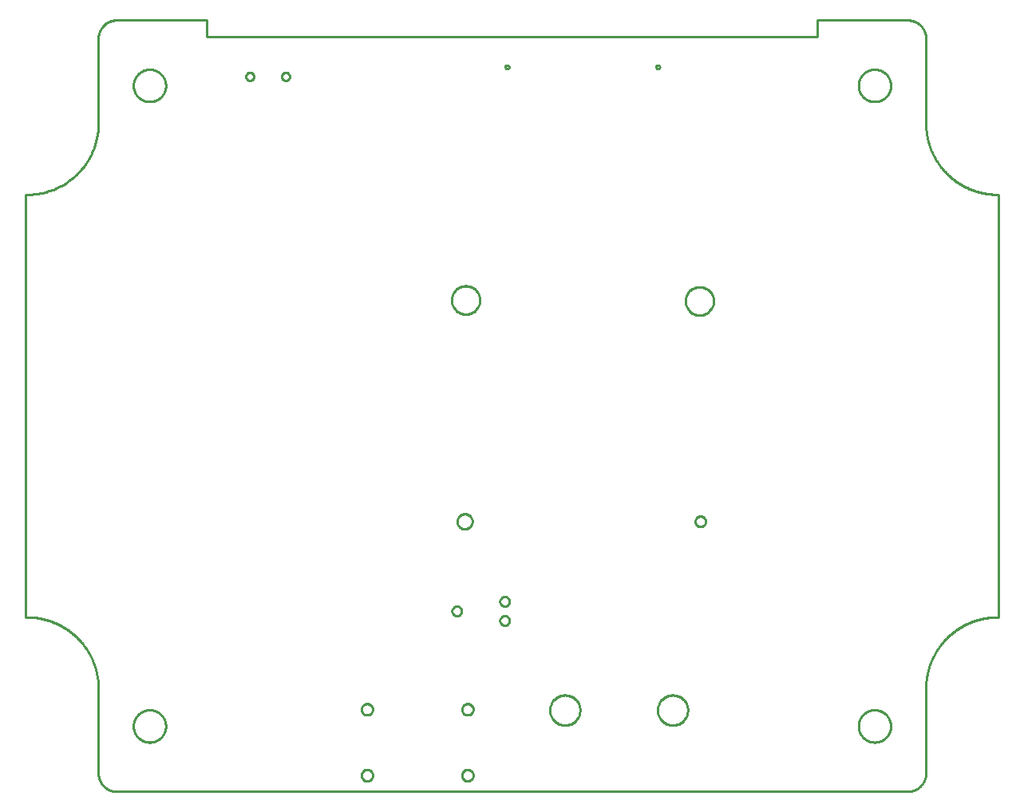
<source format=gbr>
G04 EAGLE Gerber RS-274X export*
G75*
%MOMM*%
%FSLAX34Y34*%
%LPD*%
%IN*%
%IPPOS*%
%AMOC8*
5,1,8,0,0,1.08239X$1,22.5*%
G01*
%ADD10C,0.254000*%


D10*
X31200Y193956D02*
X31220Y193954D01*
X31241Y193953D01*
X31261Y193951D01*
X31281Y193950D01*
X31302Y193949D01*
X31322Y193947D01*
X31343Y193946D01*
X31363Y193944D01*
X31383Y193943D01*
X31404Y193942D01*
X31424Y193940D01*
X31445Y193939D01*
X31465Y193938D01*
X31486Y193936D01*
X31506Y193935D01*
X31526Y193934D01*
X31547Y193933D01*
X31567Y193932D01*
X31588Y193930D01*
X31608Y193929D01*
X31629Y193928D01*
X31649Y193927D01*
X31670Y193926D01*
X31690Y193925D01*
X31711Y193924D01*
X31731Y193923D01*
X31752Y193922D01*
X31772Y193921D01*
X31793Y193920D01*
X31813Y193919D01*
X31834Y193918D01*
X31854Y193917D01*
X31875Y193916D01*
X31895Y193916D01*
X31916Y193915D01*
X31936Y193914D01*
X31957Y193913D01*
X31978Y193913D01*
X31998Y193912D01*
X32019Y193911D01*
X32039Y193910D01*
X32060Y193910D01*
X32080Y193909D01*
X32101Y193909D01*
X32122Y193908D01*
X32142Y193907D01*
X32163Y193907D01*
X32184Y193906D01*
X32204Y193906D01*
X32225Y193905D01*
X32245Y193905D01*
X32266Y193904D01*
X32287Y193904D01*
X32307Y193904D01*
X32328Y193903D01*
X32349Y193903D01*
X32369Y193902D01*
X32390Y193902D01*
X32411Y193902D01*
X32431Y193902D01*
X32452Y193901D01*
X32473Y193901D01*
X32493Y193901D01*
X32514Y193901D01*
X32535Y193901D01*
X32556Y193900D01*
X32576Y193900D01*
X32597Y193900D01*
X32618Y193900D01*
X32639Y193900D01*
X32659Y193900D01*
X32680Y193900D01*
X33515Y193895D01*
X34350Y193882D01*
X35183Y193859D01*
X36015Y193827D01*
X36846Y193785D01*
X37675Y193735D01*
X38504Y193676D01*
X39331Y193607D01*
X40156Y193530D01*
X40980Y193443D01*
X41802Y193348D01*
X42622Y193244D01*
X43441Y193131D01*
X44258Y193009D01*
X45072Y192878D01*
X45885Y192738D01*
X46696Y192590D01*
X47505Y192433D01*
X48312Y192267D01*
X49116Y192093D01*
X49918Y191909D01*
X50718Y191718D01*
X51515Y191517D01*
X52310Y191308D01*
X53102Y191091D01*
X53892Y190865D01*
X54679Y190630D01*
X55463Y190387D01*
X56244Y190135D01*
X57022Y189876D01*
X57797Y189607D01*
X58569Y189331D01*
X59338Y189046D01*
X60104Y188753D01*
X60867Y188451D01*
X61626Y188141D01*
X62382Y187823D01*
X63135Y187497D01*
X63883Y187163D01*
X64629Y186820D01*
X65370Y186470D01*
X66108Y186111D01*
X66842Y185745D01*
X67573Y185370D01*
X68299Y184987D01*
X69021Y184597D01*
X69739Y184198D01*
X70453Y183792D01*
X71163Y183378D01*
X71869Y182955D01*
X72570Y182525D01*
X73267Y182088D01*
X73959Y181642D01*
X74647Y181189D01*
X75330Y180728D01*
X76008Y180259D01*
X76682Y179783D01*
X77351Y179299D01*
X78015Y178808D01*
X78674Y178309D01*
X79328Y177802D01*
X79977Y177288D01*
X80620Y176766D01*
X81259Y176237D01*
X81892Y175701D01*
X82520Y175157D01*
X83142Y174606D01*
X83759Y174047D01*
X84370Y173481D01*
X84976Y172908D01*
X85576Y172328D01*
X86170Y171740D01*
X86758Y171146D01*
X87338Y170546D01*
X87911Y169940D01*
X88477Y169329D01*
X89036Y168712D01*
X89587Y168090D01*
X90131Y167462D01*
X90667Y166829D01*
X91196Y166190D01*
X91718Y165547D01*
X92232Y164898D01*
X92739Y164244D01*
X93238Y163585D01*
X93729Y162921D01*
X94213Y162252D01*
X94689Y161578D01*
X95158Y160900D01*
X95619Y160217D01*
X96072Y159529D01*
X96518Y158836D01*
X96955Y158140D01*
X97385Y157438D01*
X97808Y156733D01*
X98222Y156023D01*
X98628Y155309D01*
X99027Y154591D01*
X99417Y153868D01*
X99800Y153142D01*
X100175Y152412D01*
X100541Y151678D01*
X100900Y150940D01*
X101250Y150198D01*
X101593Y149453D01*
X101927Y148704D01*
X102253Y147951D01*
X102571Y147195D01*
X102881Y146436D01*
X103183Y145673D01*
X103476Y144907D01*
X103761Y144138D01*
X104037Y143365D01*
X104306Y142590D01*
X104565Y141812D01*
X104817Y141030D01*
X105060Y140246D01*
X105295Y139459D01*
X105521Y138669D01*
X105738Y137877D01*
X105947Y137082D01*
X106148Y136285D01*
X106339Y135485D01*
X106523Y134682D01*
X106697Y133878D01*
X106863Y133071D01*
X107020Y132262D01*
X107168Y131451D01*
X107308Y130638D01*
X107439Y129822D01*
X107561Y129005D01*
X107674Y128186D01*
X107778Y127366D01*
X107873Y126543D01*
X107960Y125719D01*
X108037Y124893D01*
X108106Y124066D01*
X108165Y123238D01*
X108215Y122408D01*
X108257Y121577D01*
X108289Y120744D01*
X108312Y119911D01*
X108325Y119076D01*
X108330Y118240D01*
X108330Y28210D01*
X108331Y27996D01*
X108335Y27783D01*
X108341Y27570D01*
X108349Y27357D01*
X108359Y27145D01*
X108372Y26933D01*
X108387Y26721D01*
X108405Y26509D01*
X108425Y26298D01*
X108447Y26088D01*
X108471Y25877D01*
X108498Y25668D01*
X108527Y25458D01*
X108558Y25249D01*
X108591Y25041D01*
X108627Y24833D01*
X108665Y24626D01*
X108705Y24419D01*
X108748Y24212D01*
X108792Y24007D01*
X108839Y23802D01*
X108888Y23597D01*
X108940Y23393D01*
X108993Y23190D01*
X109049Y22987D01*
X109106Y22786D01*
X109166Y22584D01*
X109229Y22384D01*
X109293Y22184D01*
X109359Y21985D01*
X109428Y21787D01*
X109499Y21589D01*
X109571Y21393D01*
X109646Y21197D01*
X109723Y21002D01*
X109803Y20808D01*
X109884Y20614D01*
X109967Y20422D01*
X110053Y20230D01*
X110140Y20040D01*
X110230Y19850D01*
X110321Y19661D01*
X110415Y19474D01*
X110511Y19287D01*
X110608Y19101D01*
X110708Y18916D01*
X110810Y18733D01*
X110914Y18550D01*
X111020Y18368D01*
X111127Y18188D01*
X111237Y18009D01*
X111349Y17830D01*
X111463Y17653D01*
X111578Y17478D01*
X111696Y17303D01*
X111816Y17129D01*
X111937Y16957D01*
X112061Y16786D01*
X112186Y16616D01*
X112314Y16448D01*
X112443Y16280D01*
X112574Y16114D01*
X112707Y15950D01*
X112843Y15786D01*
X112979Y15624D01*
X113118Y15464D01*
X113259Y15305D01*
X113401Y15147D01*
X113546Y14990D01*
X113692Y14835D01*
X113840Y14682D01*
X113990Y14530D01*
X114142Y14380D01*
X114295Y14232D01*
X114450Y14086D01*
X114607Y13941D01*
X114765Y13799D01*
X114924Y13658D01*
X115084Y13519D01*
X115246Y13383D01*
X115410Y13247D01*
X115574Y13114D01*
X115740Y12983D01*
X115908Y12854D01*
X116076Y12726D01*
X116246Y12601D01*
X116417Y12477D01*
X116589Y12356D01*
X116763Y12236D01*
X116937Y12118D01*
X117113Y12003D01*
X117290Y11889D01*
X117469Y11777D01*
X117648Y11667D01*
X117828Y11560D01*
X118010Y11454D01*
X118193Y11350D01*
X118376Y11248D01*
X118561Y11148D01*
X118747Y11051D01*
X118934Y10955D01*
X119121Y10861D01*
X119310Y10770D01*
X119500Y10680D01*
X119690Y10593D01*
X119882Y10507D01*
X120074Y10424D01*
X120267Y10343D01*
X120462Y10263D01*
X120657Y10186D01*
X120853Y10111D01*
X121049Y10039D01*
X121247Y9968D01*
X121445Y9899D01*
X121644Y9833D01*
X121844Y9769D01*
X122044Y9706D01*
X122246Y9646D01*
X122447Y9589D01*
X122650Y9533D01*
X122853Y9480D01*
X123057Y9428D01*
X123262Y9379D01*
X123467Y9332D01*
X123672Y9288D01*
X123879Y9245D01*
X124086Y9205D01*
X124293Y9167D01*
X124501Y9131D01*
X124709Y9098D01*
X124918Y9067D01*
X125128Y9038D01*
X125337Y9011D01*
X125548Y8987D01*
X125758Y8965D01*
X125969Y8945D01*
X126181Y8927D01*
X126393Y8912D01*
X126605Y8899D01*
X126817Y8889D01*
X127030Y8881D01*
X127243Y8875D01*
X127456Y8871D01*
X127670Y8870D01*
X966890Y8870D01*
X967104Y8871D01*
X967317Y8875D01*
X967530Y8881D01*
X967743Y8889D01*
X967955Y8899D01*
X968168Y8912D01*
X968379Y8927D01*
X968591Y8945D01*
X968802Y8965D01*
X969012Y8987D01*
X969223Y9011D01*
X969433Y9038D01*
X969642Y9067D01*
X969851Y9098D01*
X970059Y9131D01*
X970267Y9167D01*
X970474Y9205D01*
X970681Y9245D01*
X970888Y9288D01*
X971093Y9332D01*
X971298Y9379D01*
X971503Y9428D01*
X971707Y9480D01*
X971910Y9533D01*
X972113Y9589D01*
X972314Y9646D01*
X972516Y9706D01*
X972716Y9769D01*
X972916Y9833D01*
X973115Y9899D01*
X973313Y9968D01*
X973511Y10039D01*
X973707Y10111D01*
X973903Y10186D01*
X974098Y10263D01*
X974292Y10343D01*
X974486Y10424D01*
X974678Y10507D01*
X974870Y10593D01*
X975060Y10680D01*
X975250Y10770D01*
X975439Y10861D01*
X975626Y10955D01*
X975813Y11051D01*
X975999Y11148D01*
X976184Y11248D01*
X976367Y11350D01*
X976550Y11454D01*
X976732Y11560D01*
X976912Y11667D01*
X977091Y11777D01*
X977270Y11889D01*
X977447Y12003D01*
X977622Y12118D01*
X977797Y12236D01*
X977971Y12356D01*
X978143Y12477D01*
X978314Y12601D01*
X978484Y12726D01*
X978653Y12854D01*
X978820Y12983D01*
X978986Y13114D01*
X979150Y13247D01*
X979314Y13383D01*
X979476Y13519D01*
X979636Y13658D01*
X979795Y13799D01*
X979953Y13941D01*
X980110Y14086D01*
X980265Y14232D01*
X980418Y14380D01*
X980570Y14530D01*
X980720Y14682D01*
X980869Y14835D01*
X981015Y14990D01*
X981160Y15147D01*
X981303Y15305D01*
X981444Y15464D01*
X981583Y15624D01*
X981720Y15786D01*
X981855Y15950D01*
X981989Y16114D01*
X982120Y16280D01*
X982250Y16448D01*
X982377Y16616D01*
X982503Y16786D01*
X982627Y16957D01*
X982748Y17129D01*
X982868Y17303D01*
X982986Y17478D01*
X983102Y17653D01*
X983215Y17830D01*
X983327Y18009D01*
X983437Y18188D01*
X983545Y18368D01*
X983651Y18550D01*
X983755Y18733D01*
X983856Y18916D01*
X983956Y19101D01*
X984054Y19287D01*
X984149Y19474D01*
X984243Y19661D01*
X984335Y19850D01*
X984424Y20040D01*
X984512Y20230D01*
X984597Y20422D01*
X984680Y20614D01*
X984761Y20808D01*
X984840Y21002D01*
X984917Y21197D01*
X984992Y21393D01*
X985065Y21589D01*
X985135Y21787D01*
X985204Y21985D01*
X985270Y22184D01*
X985334Y22384D01*
X985396Y22584D01*
X985456Y22786D01*
X985514Y22987D01*
X985569Y23190D01*
X985623Y23393D01*
X985674Y23597D01*
X985723Y23802D01*
X985769Y24007D01*
X985814Y24212D01*
X985856Y24419D01*
X985896Y24626D01*
X985934Y24833D01*
X985970Y25041D01*
X986003Y25249D01*
X986034Y25458D01*
X986063Y25668D01*
X986089Y25877D01*
X986114Y26088D01*
X986136Y26298D01*
X986155Y26509D01*
X986173Y26721D01*
X986188Y26933D01*
X986201Y27145D01*
X986211Y27357D01*
X986219Y27570D01*
X986225Y27783D01*
X986229Y27996D01*
X986230Y28210D01*
X986230Y118240D01*
X986235Y119076D01*
X986248Y119911D01*
X986271Y120744D01*
X986304Y121577D01*
X986345Y122408D01*
X986395Y123238D01*
X986454Y124066D01*
X986523Y124893D01*
X986600Y125719D01*
X986687Y126543D01*
X986782Y127366D01*
X986886Y128186D01*
X986999Y129005D01*
X987121Y129822D01*
X987252Y130638D01*
X987392Y131451D01*
X987540Y132262D01*
X987697Y133071D01*
X987863Y133878D01*
X988037Y134682D01*
X988221Y135485D01*
X988412Y136285D01*
X988613Y137082D01*
X988822Y137877D01*
X989039Y138669D01*
X989265Y139459D01*
X989500Y140246D01*
X989743Y141030D01*
X989995Y141812D01*
X990254Y142590D01*
X990523Y143365D01*
X990799Y144138D01*
X991084Y144907D01*
X991378Y145673D01*
X991679Y146436D01*
X991989Y147195D01*
X992307Y147951D01*
X992633Y148704D01*
X992967Y149453D01*
X993310Y150198D01*
X993660Y150940D01*
X994019Y151678D01*
X994385Y152412D01*
X994760Y153142D01*
X995143Y153868D01*
X995533Y154591D01*
X995932Y155309D01*
X996338Y156023D01*
X996752Y156733D01*
X997175Y157438D01*
X997605Y158140D01*
X998042Y158836D01*
X998488Y159529D01*
X998941Y160217D01*
X999402Y160900D01*
X999871Y161578D01*
X1000347Y162252D01*
X1000831Y162921D01*
X1001322Y163585D01*
X1001821Y164244D01*
X1002328Y164898D01*
X1002842Y165547D01*
X1003364Y166190D01*
X1003893Y166829D01*
X1004429Y167462D01*
X1004973Y168090D01*
X1005524Y168712D01*
X1006083Y169329D01*
X1006649Y169940D01*
X1007222Y170546D01*
X1007802Y171146D01*
X1008390Y171740D01*
X1008984Y172328D01*
X1009584Y172908D01*
X1010190Y173481D01*
X1010801Y174047D01*
X1011418Y174606D01*
X1012040Y175157D01*
X1012668Y175701D01*
X1013301Y176237D01*
X1013940Y176766D01*
X1014583Y177288D01*
X1015232Y177802D01*
X1015886Y178309D01*
X1016545Y178808D01*
X1017209Y179299D01*
X1017878Y179783D01*
X1018552Y180259D01*
X1019230Y180728D01*
X1019913Y181189D01*
X1020601Y181642D01*
X1021293Y182088D01*
X1021990Y182525D01*
X1022691Y182955D01*
X1023397Y183378D01*
X1024107Y183792D01*
X1024821Y184198D01*
X1025539Y184597D01*
X1026261Y184987D01*
X1026987Y185370D01*
X1027718Y185745D01*
X1028452Y186111D01*
X1029190Y186470D01*
X1029931Y186820D01*
X1030677Y187163D01*
X1031425Y187497D01*
X1032178Y187823D01*
X1032934Y188141D01*
X1033693Y188451D01*
X1034456Y188753D01*
X1035222Y189046D01*
X1035991Y189331D01*
X1036763Y189607D01*
X1037538Y189876D01*
X1038316Y190135D01*
X1039097Y190387D01*
X1039882Y190630D01*
X1040668Y190865D01*
X1041458Y191091D01*
X1042250Y191308D01*
X1043045Y191517D01*
X1043842Y191718D01*
X1044642Y191909D01*
X1045444Y192093D01*
X1046248Y192267D01*
X1047055Y192433D01*
X1047864Y192590D01*
X1048675Y192738D01*
X1049488Y192878D01*
X1050302Y193009D01*
X1051119Y193131D01*
X1051938Y193244D01*
X1052758Y193348D01*
X1053580Y193443D01*
X1054404Y193530D01*
X1055230Y193607D01*
X1056056Y193676D01*
X1056885Y193735D01*
X1057714Y193785D01*
X1058545Y193827D01*
X1059377Y193859D01*
X1060210Y193882D01*
X1061045Y193895D01*
X1061880Y193900D01*
X1061901Y193900D01*
X1061922Y193900D01*
X1061942Y193900D01*
X1061963Y193900D01*
X1061984Y193900D01*
X1062004Y193900D01*
X1062025Y193901D01*
X1062046Y193901D01*
X1062067Y193901D01*
X1062087Y193901D01*
X1062108Y193901D01*
X1062129Y193902D01*
X1062149Y193902D01*
X1062170Y193902D01*
X1062191Y193902D01*
X1062211Y193903D01*
X1062232Y193903D01*
X1062253Y193904D01*
X1062273Y193904D01*
X1062294Y193904D01*
X1062315Y193905D01*
X1062335Y193905D01*
X1062356Y193906D01*
X1062376Y193906D01*
X1062397Y193907D01*
X1062418Y193907D01*
X1062438Y193908D01*
X1062459Y193909D01*
X1062480Y193909D01*
X1062500Y193910D01*
X1062521Y193910D01*
X1062541Y193911D01*
X1062562Y193912D01*
X1062582Y193913D01*
X1062603Y193913D01*
X1062624Y193914D01*
X1062644Y193915D01*
X1062665Y193916D01*
X1062685Y193916D01*
X1062706Y193917D01*
X1062726Y193918D01*
X1062747Y193919D01*
X1062767Y193920D01*
X1062788Y193921D01*
X1062808Y193922D01*
X1062829Y193923D01*
X1062849Y193924D01*
X1062870Y193925D01*
X1062890Y193926D01*
X1062911Y193927D01*
X1062931Y193928D01*
X1062952Y193929D01*
X1062972Y193930D01*
X1062993Y193932D01*
X1063013Y193933D01*
X1063034Y193934D01*
X1063054Y193935D01*
X1063074Y193936D01*
X1063095Y193938D01*
X1063115Y193939D01*
X1063136Y193940D01*
X1063156Y193942D01*
X1063177Y193943D01*
X1063197Y193944D01*
X1063217Y193946D01*
X1063238Y193947D01*
X1063258Y193949D01*
X1063279Y193950D01*
X1063299Y193951D01*
X1063319Y193953D01*
X1063340Y193954D01*
X1063360Y193956D01*
X1063360Y642504D01*
X1063340Y642506D01*
X1063319Y642507D01*
X1063299Y642509D01*
X1063279Y642510D01*
X1063258Y642512D01*
X1063238Y642513D01*
X1063217Y642514D01*
X1063197Y642516D01*
X1063177Y642517D01*
X1063156Y642518D01*
X1063136Y642520D01*
X1063115Y642521D01*
X1063095Y642522D01*
X1063074Y642524D01*
X1063054Y642525D01*
X1063034Y642526D01*
X1063013Y642527D01*
X1062993Y642528D01*
X1062972Y642530D01*
X1062952Y642531D01*
X1062931Y642532D01*
X1062911Y642533D01*
X1062890Y642534D01*
X1062870Y642535D01*
X1062849Y642536D01*
X1062829Y642537D01*
X1062808Y642538D01*
X1062788Y642539D01*
X1062767Y642540D01*
X1062747Y642541D01*
X1062726Y642542D01*
X1062706Y642543D01*
X1062685Y642544D01*
X1062665Y642544D01*
X1062644Y642545D01*
X1062624Y642546D01*
X1062603Y642547D01*
X1062582Y642547D01*
X1062562Y642548D01*
X1062541Y642549D01*
X1062521Y642550D01*
X1062500Y642550D01*
X1062480Y642551D01*
X1062459Y642552D01*
X1062438Y642552D01*
X1062418Y642553D01*
X1062397Y642553D01*
X1062376Y642554D01*
X1062356Y642554D01*
X1062335Y642555D01*
X1062315Y642555D01*
X1062294Y642556D01*
X1062273Y642556D01*
X1062253Y642556D01*
X1062232Y642557D01*
X1062211Y642557D01*
X1062191Y642558D01*
X1062170Y642558D01*
X1062149Y642558D01*
X1062129Y642558D01*
X1062108Y642559D01*
X1062087Y642559D01*
X1062067Y642559D01*
X1062046Y642559D01*
X1062025Y642559D01*
X1062004Y642560D01*
X1061984Y642560D01*
X1061963Y642560D01*
X1061942Y642560D01*
X1061922Y642560D01*
X1061901Y642560D01*
X1061880Y642560D01*
X1061045Y642565D01*
X1060210Y642578D01*
X1059377Y642601D01*
X1058545Y642634D01*
X1057714Y642675D01*
X1056885Y642725D01*
X1056056Y642784D01*
X1055230Y642853D01*
X1054404Y642930D01*
X1053580Y643017D01*
X1052758Y643112D01*
X1051938Y643216D01*
X1051119Y643329D01*
X1050302Y643451D01*
X1049488Y643582D01*
X1048675Y643722D01*
X1047864Y643870D01*
X1047055Y644027D01*
X1046248Y644193D01*
X1045444Y644367D01*
X1044642Y644551D01*
X1043842Y644742D01*
X1043045Y644943D01*
X1042250Y645152D01*
X1041458Y645369D01*
X1040668Y645595D01*
X1039882Y645830D01*
X1039097Y646073D01*
X1038316Y646325D01*
X1037538Y646584D01*
X1036763Y646853D01*
X1035991Y647129D01*
X1035222Y647414D01*
X1034456Y647708D01*
X1033693Y648009D01*
X1032934Y648319D01*
X1032178Y648637D01*
X1031425Y648963D01*
X1030677Y649297D01*
X1029931Y649640D01*
X1029190Y649990D01*
X1028452Y650349D01*
X1027718Y650715D01*
X1026987Y651090D01*
X1026261Y651473D01*
X1025539Y651863D01*
X1024821Y652262D01*
X1024107Y652668D01*
X1023397Y653082D01*
X1022691Y653505D01*
X1021990Y653935D01*
X1021293Y654372D01*
X1020601Y654818D01*
X1019913Y655271D01*
X1019230Y655732D01*
X1018552Y656201D01*
X1017878Y656677D01*
X1017209Y657161D01*
X1016545Y657652D01*
X1015886Y658151D01*
X1015232Y658658D01*
X1014583Y659172D01*
X1013940Y659694D01*
X1013301Y660223D01*
X1012668Y660759D01*
X1012040Y661303D01*
X1011418Y661854D01*
X1010801Y662413D01*
X1010190Y662979D01*
X1009584Y663552D01*
X1008984Y664132D01*
X1008390Y664720D01*
X1007802Y665314D01*
X1007222Y665914D01*
X1006649Y666520D01*
X1006083Y667131D01*
X1005524Y667748D01*
X1004973Y668370D01*
X1004429Y668998D01*
X1003893Y669631D01*
X1003364Y670270D01*
X1002842Y670913D01*
X1002328Y671562D01*
X1001821Y672216D01*
X1001322Y672875D01*
X1000831Y673539D01*
X1000347Y674208D01*
X999871Y674882D01*
X999402Y675560D01*
X998941Y676243D01*
X998488Y676931D01*
X998042Y677624D01*
X997605Y678320D01*
X997175Y679022D01*
X996752Y679727D01*
X996338Y680437D01*
X995932Y681151D01*
X995533Y681869D01*
X995143Y682592D01*
X994760Y683318D01*
X994385Y684048D01*
X994019Y684782D01*
X993660Y685520D01*
X993310Y686262D01*
X992967Y687007D01*
X992633Y687756D01*
X992307Y688509D01*
X991989Y689265D01*
X991679Y690024D01*
X991378Y690787D01*
X991084Y691553D01*
X990799Y692322D01*
X990523Y693095D01*
X990254Y693870D01*
X989995Y694648D01*
X989743Y695430D01*
X989500Y696214D01*
X989265Y697001D01*
X989039Y697791D01*
X988822Y698583D01*
X988613Y699378D01*
X988412Y700175D01*
X988221Y700975D01*
X988037Y701778D01*
X987863Y702582D01*
X987697Y703389D01*
X987540Y704198D01*
X987392Y705009D01*
X987252Y705822D01*
X987121Y706638D01*
X986999Y707455D01*
X986886Y708274D01*
X986782Y709094D01*
X986687Y709917D01*
X986600Y710741D01*
X986523Y711567D01*
X986454Y712394D01*
X986395Y713222D01*
X986345Y714052D01*
X986304Y714883D01*
X986271Y715716D01*
X986248Y716550D01*
X986235Y717384D01*
X986230Y718220D01*
X986230Y808250D01*
X986225Y808694D01*
X986210Y809135D01*
X986185Y809574D01*
X986151Y810010D01*
X986107Y810444D01*
X986053Y810874D01*
X985991Y811302D01*
X985918Y811726D01*
X985837Y812147D01*
X985747Y812565D01*
X985647Y812980D01*
X985539Y813391D01*
X985422Y813798D01*
X985297Y814202D01*
X985162Y814602D01*
X985020Y814998D01*
X984869Y815390D01*
X984710Y815778D01*
X984543Y816161D01*
X984368Y816540D01*
X984185Y816915D01*
X983994Y817285D01*
X983795Y817650D01*
X983589Y818011D01*
X983376Y818366D01*
X983155Y818717D01*
X982927Y819063D01*
X982691Y819403D01*
X982449Y819738D01*
X982200Y820068D01*
X981944Y820392D01*
X981681Y820710D01*
X981412Y821023D01*
X981136Y821329D01*
X980854Y821630D01*
X980565Y821925D01*
X980270Y822214D01*
X979969Y822496D01*
X979663Y822772D01*
X979350Y823041D01*
X979032Y823304D01*
X978708Y823560D01*
X978378Y823809D01*
X978043Y824051D01*
X977703Y824287D01*
X977357Y824515D01*
X977006Y824736D01*
X976651Y824949D01*
X976290Y825155D01*
X975925Y825354D01*
X975555Y825545D01*
X975180Y825728D01*
X974801Y825903D01*
X974418Y826070D01*
X974030Y826229D01*
X973638Y826380D01*
X973242Y826522D01*
X972842Y826657D01*
X972438Y826782D01*
X972031Y826899D01*
X971620Y827007D01*
X971205Y827107D01*
X970787Y827197D01*
X970366Y827278D01*
X969942Y827351D01*
X969514Y827413D01*
X969084Y827467D01*
X968650Y827511D01*
X968214Y827545D01*
X967775Y827570D01*
X967334Y827585D01*
X966890Y827590D01*
X871120Y827590D01*
X871120Y809730D01*
X223440Y809730D01*
X223440Y827590D01*
X127670Y827590D01*
X127226Y827585D01*
X126785Y827570D01*
X126346Y827545D01*
X125910Y827511D01*
X125476Y827467D01*
X125046Y827413D01*
X124618Y827351D01*
X124194Y827278D01*
X123773Y827197D01*
X123355Y827107D01*
X122940Y827007D01*
X122529Y826899D01*
X122122Y826782D01*
X121718Y826657D01*
X121318Y826522D01*
X120922Y826380D01*
X120530Y826229D01*
X120142Y826070D01*
X119759Y825903D01*
X119380Y825728D01*
X119005Y825545D01*
X118635Y825354D01*
X118270Y825155D01*
X117909Y824949D01*
X117554Y824736D01*
X117203Y824515D01*
X116857Y824287D01*
X116517Y824051D01*
X116182Y823809D01*
X115852Y823560D01*
X115528Y823304D01*
X115210Y823041D01*
X114897Y822772D01*
X114591Y822496D01*
X114290Y822214D01*
X113995Y821925D01*
X113706Y821630D01*
X113424Y821329D01*
X113148Y821023D01*
X112879Y820710D01*
X112616Y820392D01*
X112360Y820068D01*
X112111Y819738D01*
X111869Y819403D01*
X111633Y819063D01*
X111405Y818717D01*
X111184Y818366D01*
X110971Y818011D01*
X110765Y817650D01*
X110566Y817285D01*
X110375Y816915D01*
X110192Y816540D01*
X110017Y816161D01*
X109850Y815778D01*
X109691Y815390D01*
X109540Y814998D01*
X109398Y814602D01*
X109263Y814202D01*
X109138Y813798D01*
X109021Y813391D01*
X108913Y812980D01*
X108813Y812565D01*
X108723Y812147D01*
X108642Y811726D01*
X108569Y811302D01*
X108507Y810874D01*
X108453Y810444D01*
X108409Y810010D01*
X108375Y809574D01*
X108350Y809135D01*
X108335Y808694D01*
X108330Y808250D01*
X108330Y718220D01*
X108310Y716483D01*
X108252Y714756D01*
X108155Y713039D01*
X108021Y711333D01*
X107849Y709637D01*
X107639Y707953D01*
X107393Y706280D01*
X107111Y704619D01*
X106793Y702971D01*
X106439Y701335D01*
X106051Y699713D01*
X105628Y698105D01*
X105170Y696511D01*
X104679Y694932D01*
X104155Y693367D01*
X103597Y691818D01*
X103007Y690285D01*
X102385Y688768D01*
X101731Y687268D01*
X101046Y685785D01*
X100330Y684319D01*
X99584Y682871D01*
X98807Y681442D01*
X98001Y680031D01*
X97166Y678640D01*
X96302Y677268D01*
X95410Y675916D01*
X94490Y674585D01*
X93542Y673274D01*
X92567Y671985D01*
X91566Y670717D01*
X90538Y669472D01*
X89484Y668249D01*
X88405Y667048D01*
X87301Y665872D01*
X86172Y664719D01*
X85020Y663590D01*
X83843Y662486D01*
X82643Y661407D01*
X81420Y660353D01*
X80175Y659325D01*
X78907Y658323D01*
X77618Y657349D01*
X76308Y656401D01*
X74976Y655480D01*
X73625Y654588D01*
X72253Y653724D01*
X70862Y652889D01*
X69451Y652083D01*
X68022Y651306D01*
X66575Y650560D01*
X65109Y649844D01*
X63626Y649159D01*
X62126Y648505D01*
X60610Y647883D01*
X59077Y647293D01*
X57528Y646736D01*
X55964Y646211D01*
X54384Y645720D01*
X52791Y645262D01*
X51183Y644839D01*
X49561Y644451D01*
X47926Y644097D01*
X46278Y643779D01*
X44618Y643497D01*
X42945Y643251D01*
X41261Y643041D01*
X39566Y642869D01*
X37859Y642735D01*
X36143Y642638D01*
X34416Y642580D01*
X32680Y642560D01*
X32659Y642560D01*
X32639Y642560D01*
X32618Y642560D01*
X32597Y642560D01*
X32577Y642560D01*
X32556Y642560D01*
X32536Y642559D01*
X32515Y642559D01*
X32494Y642559D01*
X32474Y642559D01*
X32453Y642559D01*
X32432Y642558D01*
X32412Y642558D01*
X32391Y642558D01*
X32370Y642558D01*
X32350Y642557D01*
X32329Y642557D01*
X32309Y642556D01*
X32288Y642556D01*
X32267Y642556D01*
X32247Y642555D01*
X32226Y642555D01*
X32206Y642554D01*
X32185Y642554D01*
X32164Y642553D01*
X32144Y642553D01*
X32123Y642552D01*
X32103Y642551D01*
X32082Y642551D01*
X32062Y642550D01*
X32041Y642550D01*
X32020Y642549D01*
X32000Y642548D01*
X31979Y642547D01*
X31959Y642547D01*
X31938Y642546D01*
X31918Y642545D01*
X31897Y642544D01*
X31876Y642543D01*
X31856Y642543D01*
X31835Y642542D01*
X31815Y642541D01*
X31794Y642540D01*
X31774Y642539D01*
X31753Y642538D01*
X31733Y642537D01*
X31712Y642536D01*
X31692Y642535D01*
X31671Y642534D01*
X31651Y642533D01*
X31630Y642532D01*
X31610Y642531D01*
X31589Y642530D01*
X31569Y642528D01*
X31548Y642527D01*
X31528Y642526D01*
X31507Y642525D01*
X31487Y642524D01*
X31466Y642522D01*
X31446Y642521D01*
X31425Y642520D01*
X31405Y642518D01*
X31384Y642517D01*
X31364Y642516D01*
X31343Y642514D01*
X31323Y642513D01*
X31302Y642511D01*
X31282Y642510D01*
X31261Y642509D01*
X31241Y642507D01*
X31220Y642506D01*
X31200Y642504D01*
X31200Y193956D01*
X914680Y758190D02*
X914682Y757935D01*
X914688Y757681D01*
X914697Y757428D01*
X914710Y757175D01*
X914727Y756922D01*
X914747Y756671D01*
X914772Y756420D01*
X914799Y756170D01*
X914831Y755921D01*
X914866Y755672D01*
X914905Y755425D01*
X914947Y755178D01*
X914993Y754933D01*
X915042Y754688D01*
X915095Y754444D01*
X915151Y754202D01*
X915211Y753960D01*
X915274Y753720D01*
X915341Y753480D01*
X915411Y753242D01*
X915484Y753005D01*
X915561Y752770D01*
X915641Y752535D01*
X915724Y752302D01*
X915811Y752071D01*
X915901Y751840D01*
X915995Y751611D01*
X916091Y751384D01*
X916191Y751158D01*
X916294Y750934D01*
X916400Y750711D01*
X916510Y750490D01*
X916622Y750270D01*
X916738Y750052D01*
X916857Y749836D01*
X916979Y749621D01*
X917104Y749408D01*
X917232Y749198D01*
X917363Y748988D01*
X917497Y748781D01*
X917634Y748576D01*
X917774Y748372D01*
X917917Y748171D01*
X918063Y747971D01*
X918212Y747774D01*
X918363Y747579D01*
X918518Y747386D01*
X918676Y747194D01*
X918836Y747006D01*
X918999Y746819D01*
X919165Y746634D01*
X919334Y746452D01*
X919505Y746272D01*
X919679Y746095D01*
X919856Y745920D01*
X920036Y745747D01*
X920218Y745577D01*
X920403Y745409D01*
X920591Y745244D01*
X920781Y745081D01*
X920973Y744921D01*
X921169Y744763D01*
X921367Y744609D01*
X921567Y744456D01*
X921770Y744307D01*
X921976Y744160D01*
X922184Y744016D01*
X922394Y743875D01*
X922607Y743737D01*
X922822Y743602D01*
X923040Y743469D01*
X923260Y743340D01*
X923482Y743214D01*
X923704Y743092D01*
X923929Y742973D01*
X924154Y742858D01*
X924381Y742747D01*
X924609Y742639D01*
X924839Y742534D01*
X925069Y742433D01*
X925301Y742336D01*
X925533Y742242D01*
X925767Y742152D01*
X926002Y742065D01*
X926238Y741982D01*
X926474Y741902D01*
X926712Y741826D01*
X926950Y741753D01*
X927189Y741684D01*
X927429Y741619D01*
X927669Y741557D01*
X927911Y741498D01*
X928152Y741443D01*
X928395Y741392D01*
X928638Y741344D01*
X928881Y741300D01*
X929126Y741259D01*
X929370Y741222D01*
X929615Y741188D01*
X929860Y741158D01*
X930106Y741132D01*
X930351Y741109D01*
X930597Y741089D01*
X930844Y741073D01*
X931090Y741061D01*
X931337Y741052D01*
X931583Y741047D01*
X931830Y741045D01*
X932077Y741047D01*
X932323Y741052D01*
X932570Y741061D01*
X932816Y741073D01*
X933063Y741089D01*
X933309Y741109D01*
X933554Y741132D01*
X933800Y741158D01*
X934045Y741188D01*
X934290Y741222D01*
X934535Y741259D01*
X934779Y741300D01*
X935022Y741344D01*
X935265Y741392D01*
X935508Y741443D01*
X935749Y741498D01*
X935991Y741557D01*
X936231Y741619D01*
X936471Y741684D01*
X936710Y741753D01*
X936948Y741826D01*
X937186Y741902D01*
X937423Y741982D01*
X937658Y742065D01*
X937893Y742152D01*
X938127Y742242D01*
X938359Y742336D01*
X938591Y742433D01*
X938821Y742534D01*
X939051Y742639D01*
X939279Y742747D01*
X939506Y742858D01*
X939731Y742973D01*
X939956Y743092D01*
X940178Y743214D01*
X940400Y743340D01*
X940620Y743469D01*
X940838Y743602D01*
X941053Y743737D01*
X941266Y743875D01*
X941476Y744016D01*
X941684Y744160D01*
X941890Y744307D01*
X942092Y744456D01*
X942293Y744609D01*
X942491Y744763D01*
X942686Y744921D01*
X942879Y745081D01*
X943069Y745244D01*
X943256Y745409D01*
X943441Y745577D01*
X943623Y745747D01*
X943802Y745920D01*
X943979Y746095D01*
X944153Y746272D01*
X944325Y746452D01*
X944493Y746634D01*
X944659Y746819D01*
X944822Y747006D01*
X944982Y747194D01*
X945139Y747386D01*
X945294Y747579D01*
X945445Y747774D01*
X945594Y747971D01*
X945739Y748171D01*
X945882Y748372D01*
X946022Y748576D01*
X946159Y748781D01*
X946293Y748988D01*
X946424Y749198D01*
X946551Y749408D01*
X946676Y749621D01*
X946798Y749836D01*
X946917Y750052D01*
X947032Y750270D01*
X947144Y750490D01*
X947254Y750711D01*
X947360Y750934D01*
X947462Y751158D01*
X947562Y751384D01*
X947659Y751611D01*
X947752Y751840D01*
X947842Y752071D01*
X947928Y752302D01*
X948011Y752535D01*
X948091Y752770D01*
X948168Y753005D01*
X948241Y753242D01*
X948311Y753480D01*
X948378Y753720D01*
X948441Y753960D01*
X948500Y754202D01*
X948556Y754444D01*
X948609Y754688D01*
X948658Y754933D01*
X948704Y755178D01*
X948746Y755425D01*
X948785Y755672D01*
X948820Y755921D01*
X948851Y756170D01*
X948879Y756420D01*
X948903Y756671D01*
X948923Y756922D01*
X948940Y757175D01*
X948953Y757428D01*
X948962Y757681D01*
X948968Y757935D01*
X948970Y758190D01*
X948968Y758445D01*
X948962Y758700D01*
X948953Y758954D01*
X948940Y759207D01*
X948923Y759460D01*
X948903Y759711D01*
X948879Y759963D01*
X948851Y760213D01*
X948820Y760463D01*
X948785Y760711D01*
X948746Y760959D01*
X948704Y761206D01*
X948658Y761452D01*
X948609Y761697D01*
X948556Y761941D01*
X948500Y762184D01*
X948441Y762425D01*
X948378Y762666D01*
X948311Y762906D01*
X948241Y763144D01*
X948168Y763381D01*
X948091Y763617D01*
X948011Y763851D01*
X947928Y764084D01*
X947842Y764316D01*
X947752Y764547D01*
X947659Y764776D01*
X947562Y765003D01*
X947462Y765229D01*
X947360Y765454D01*
X947254Y765677D01*
X947144Y765898D01*
X947032Y766117D01*
X946917Y766335D01*
X946798Y766552D01*
X946676Y766766D01*
X946551Y766979D01*
X946424Y767190D01*
X946293Y767399D01*
X946159Y767606D01*
X946022Y767812D01*
X945882Y768015D01*
X945739Y768216D01*
X945594Y768416D01*
X945445Y768613D01*
X945294Y768808D01*
X945139Y769001D01*
X944982Y769192D01*
X944822Y769381D01*
X944659Y769568D01*
X944493Y769752D01*
X944325Y769934D01*
X944153Y770113D01*
X943979Y770291D01*
X943802Y770466D01*
X943623Y770638D01*
X943441Y770808D01*
X943256Y770976D01*
X943069Y771141D01*
X942879Y771303D01*
X942686Y771463D01*
X942491Y771620D01*
X942293Y771775D01*
X942092Y771927D01*
X941890Y772076D01*
X941684Y772222D01*
X941476Y772366D01*
X941266Y772506D01*
X941053Y772644D01*
X940838Y772779D01*
X940620Y772911D01*
X940400Y773040D01*
X940178Y773166D01*
X939956Y773288D01*
X939731Y773407D01*
X939506Y773522D01*
X939279Y773633D01*
X939051Y773741D01*
X938821Y773846D01*
X938591Y773947D01*
X938359Y774044D01*
X938127Y774138D01*
X937893Y774228D01*
X937658Y774315D01*
X937423Y774398D01*
X937186Y774478D01*
X936948Y774554D01*
X936710Y774627D01*
X936471Y774696D01*
X936231Y774761D01*
X935991Y774823D01*
X935749Y774882D01*
X935508Y774937D01*
X935265Y774988D01*
X935022Y775036D01*
X934779Y775080D01*
X934535Y775121D01*
X934290Y775158D01*
X934045Y775192D01*
X933800Y775222D01*
X933554Y775248D01*
X933309Y775271D01*
X933063Y775291D01*
X932816Y775307D01*
X932570Y775319D01*
X932323Y775328D01*
X932077Y775333D01*
X931830Y775335D01*
X931583Y775333D01*
X931337Y775328D01*
X931090Y775319D01*
X930844Y775307D01*
X930597Y775291D01*
X930351Y775271D01*
X930106Y775248D01*
X929860Y775222D01*
X929615Y775192D01*
X929370Y775158D01*
X929126Y775121D01*
X928881Y775080D01*
X928638Y775036D01*
X928395Y774988D01*
X928152Y774937D01*
X927911Y774882D01*
X927669Y774823D01*
X927429Y774761D01*
X927189Y774696D01*
X926950Y774627D01*
X926712Y774554D01*
X926474Y774478D01*
X926238Y774398D01*
X926002Y774315D01*
X925767Y774228D01*
X925533Y774138D01*
X925301Y774044D01*
X925069Y773947D01*
X924839Y773846D01*
X924609Y773741D01*
X924381Y773633D01*
X924154Y773522D01*
X923929Y773407D01*
X923704Y773288D01*
X923482Y773166D01*
X923260Y773040D01*
X923040Y772911D01*
X922822Y772779D01*
X922607Y772644D01*
X922394Y772506D01*
X922184Y772366D01*
X921976Y772222D01*
X921770Y772076D01*
X921567Y771927D01*
X921367Y771775D01*
X921169Y771620D01*
X920973Y771463D01*
X920781Y771303D01*
X920591Y771141D01*
X920403Y770976D01*
X920218Y770808D01*
X920036Y770638D01*
X919856Y770466D01*
X919679Y770291D01*
X919505Y770113D01*
X919334Y769934D01*
X919165Y769752D01*
X918999Y769568D01*
X918836Y769381D01*
X918676Y769192D01*
X918518Y769001D01*
X918363Y768808D01*
X918212Y768613D01*
X918063Y768416D01*
X917917Y768216D01*
X917774Y768015D01*
X917634Y767812D01*
X917497Y767606D01*
X917363Y767399D01*
X917232Y767190D01*
X917104Y766979D01*
X916979Y766766D01*
X916857Y766552D01*
X916738Y766335D01*
X916622Y766117D01*
X916510Y765898D01*
X916400Y765677D01*
X916294Y765454D01*
X916191Y765229D01*
X916091Y765003D01*
X915995Y764776D01*
X915901Y764547D01*
X915811Y764316D01*
X915724Y764084D01*
X915641Y763851D01*
X915561Y763617D01*
X915484Y763381D01*
X915411Y763144D01*
X915341Y762906D01*
X915274Y762666D01*
X915211Y762425D01*
X915151Y762184D01*
X915095Y761941D01*
X915042Y761697D01*
X914993Y761452D01*
X914947Y761206D01*
X914905Y760959D01*
X914866Y760711D01*
X914831Y760463D01*
X914799Y760213D01*
X914772Y759963D01*
X914747Y759711D01*
X914727Y759460D01*
X914710Y759207D01*
X914697Y758954D01*
X914688Y758700D01*
X914682Y758445D01*
X914680Y758190D01*
X914680Y78270D02*
X914682Y78015D01*
X914688Y77760D01*
X914697Y77506D01*
X914710Y77253D01*
X914727Y77000D01*
X914747Y76749D01*
X914772Y76497D01*
X914799Y76247D01*
X914831Y75997D01*
X914866Y75749D01*
X914905Y75501D01*
X914947Y75254D01*
X914993Y75008D01*
X915042Y74763D01*
X915095Y74519D01*
X915151Y74276D01*
X915211Y74035D01*
X915274Y73794D01*
X915341Y73554D01*
X915411Y73316D01*
X915484Y73079D01*
X915561Y72843D01*
X915641Y72609D01*
X915724Y72376D01*
X915811Y72144D01*
X915901Y71913D01*
X915995Y71684D01*
X916091Y71457D01*
X916191Y71231D01*
X916294Y71006D01*
X916400Y70783D01*
X916510Y70562D01*
X916622Y70343D01*
X916738Y70125D01*
X916857Y69908D01*
X916979Y69694D01*
X917104Y69481D01*
X917232Y69270D01*
X917363Y69061D01*
X917497Y68854D01*
X917634Y68648D01*
X917774Y68445D01*
X917917Y68244D01*
X918063Y68044D01*
X918212Y67847D01*
X918363Y67652D01*
X918518Y67459D01*
X918676Y67268D01*
X918836Y67079D01*
X918999Y66892D01*
X919165Y66708D01*
X919334Y66526D01*
X919505Y66347D01*
X919679Y66169D01*
X919856Y65994D01*
X920036Y65822D01*
X920218Y65652D01*
X920403Y65484D01*
X920591Y65319D01*
X920781Y65157D01*
X920973Y64997D01*
X921169Y64840D01*
X921367Y64685D01*
X921567Y64533D01*
X921770Y64384D01*
X921976Y64238D01*
X922184Y64094D01*
X922394Y63954D01*
X922607Y63816D01*
X922822Y63681D01*
X923040Y63549D01*
X923260Y63420D01*
X923482Y63294D01*
X923704Y63172D01*
X923929Y63053D01*
X924154Y62938D01*
X924381Y62827D01*
X924609Y62719D01*
X924839Y62614D01*
X925069Y62513D01*
X925301Y62416D01*
X925533Y62322D01*
X925767Y62232D01*
X926002Y62145D01*
X926238Y62062D01*
X926474Y61982D01*
X926712Y61906D01*
X926950Y61833D01*
X927189Y61764D01*
X927429Y61699D01*
X927669Y61637D01*
X927911Y61578D01*
X928152Y61523D01*
X928395Y61472D01*
X928638Y61424D01*
X928881Y61380D01*
X929126Y61339D01*
X929370Y61302D01*
X929615Y61268D01*
X929860Y61238D01*
X930106Y61212D01*
X930351Y61189D01*
X930597Y61169D01*
X930844Y61153D01*
X931090Y61141D01*
X931337Y61132D01*
X931583Y61127D01*
X931830Y61125D01*
X932077Y61127D01*
X932323Y61132D01*
X932570Y61141D01*
X932816Y61153D01*
X933063Y61169D01*
X933309Y61189D01*
X933554Y61212D01*
X933800Y61238D01*
X934045Y61268D01*
X934290Y61302D01*
X934535Y61339D01*
X934779Y61380D01*
X935022Y61424D01*
X935265Y61472D01*
X935508Y61523D01*
X935749Y61578D01*
X935991Y61637D01*
X936231Y61699D01*
X936471Y61764D01*
X936710Y61833D01*
X936948Y61906D01*
X937186Y61982D01*
X937423Y62062D01*
X937658Y62145D01*
X937893Y62232D01*
X938127Y62322D01*
X938359Y62416D01*
X938591Y62513D01*
X938821Y62614D01*
X939051Y62719D01*
X939279Y62827D01*
X939506Y62938D01*
X939731Y63053D01*
X939956Y63172D01*
X940178Y63294D01*
X940400Y63420D01*
X940620Y63549D01*
X940838Y63681D01*
X941053Y63816D01*
X941266Y63954D01*
X941476Y64094D01*
X941684Y64238D01*
X941890Y64384D01*
X942092Y64533D01*
X942293Y64685D01*
X942491Y64840D01*
X942686Y64997D01*
X942879Y65157D01*
X943069Y65319D01*
X943256Y65484D01*
X943441Y65652D01*
X943623Y65822D01*
X943802Y65994D01*
X943979Y66169D01*
X944153Y66347D01*
X944325Y66526D01*
X944493Y66708D01*
X944659Y66892D01*
X944822Y67079D01*
X944982Y67268D01*
X945139Y67459D01*
X945294Y67652D01*
X945445Y67847D01*
X945594Y68044D01*
X945739Y68244D01*
X945882Y68445D01*
X946022Y68648D01*
X946159Y68854D01*
X946293Y69061D01*
X946424Y69270D01*
X946551Y69481D01*
X946676Y69694D01*
X946798Y69908D01*
X946917Y70125D01*
X947032Y70343D01*
X947144Y70562D01*
X947254Y70783D01*
X947360Y71006D01*
X947462Y71231D01*
X947562Y71457D01*
X947659Y71684D01*
X947752Y71913D01*
X947842Y72144D01*
X947928Y72376D01*
X948011Y72609D01*
X948091Y72843D01*
X948168Y73079D01*
X948241Y73316D01*
X948311Y73554D01*
X948378Y73794D01*
X948441Y74035D01*
X948500Y74276D01*
X948556Y74519D01*
X948609Y74763D01*
X948658Y75008D01*
X948704Y75254D01*
X948746Y75501D01*
X948785Y75749D01*
X948820Y75997D01*
X948851Y76247D01*
X948879Y76497D01*
X948903Y76749D01*
X948923Y77000D01*
X948940Y77253D01*
X948953Y77506D01*
X948962Y77760D01*
X948968Y78015D01*
X948970Y78270D01*
X948968Y78525D01*
X948962Y78779D01*
X948953Y79032D01*
X948940Y79285D01*
X948923Y79538D01*
X948903Y79789D01*
X948879Y80040D01*
X948851Y80290D01*
X948820Y80539D01*
X948785Y80788D01*
X948746Y81035D01*
X948704Y81282D01*
X948658Y81527D01*
X948609Y81772D01*
X948556Y82016D01*
X948500Y82258D01*
X948441Y82500D01*
X948378Y82740D01*
X948311Y82980D01*
X948241Y83218D01*
X948168Y83455D01*
X948091Y83690D01*
X948011Y83925D01*
X947928Y84158D01*
X947842Y84389D01*
X947752Y84620D01*
X947659Y84849D01*
X947562Y85076D01*
X947462Y85302D01*
X947360Y85526D01*
X947254Y85749D01*
X947144Y85970D01*
X947032Y86190D01*
X946917Y86408D01*
X946798Y86624D01*
X946676Y86839D01*
X946551Y87052D01*
X946424Y87262D01*
X946293Y87472D01*
X946159Y87679D01*
X946022Y87884D01*
X945882Y88088D01*
X945739Y88289D01*
X945594Y88489D01*
X945445Y88686D01*
X945294Y88881D01*
X945139Y89074D01*
X944982Y89266D01*
X944822Y89454D01*
X944659Y89641D01*
X944493Y89826D01*
X944325Y90008D01*
X944153Y90188D01*
X943979Y90365D01*
X943802Y90540D01*
X943623Y90713D01*
X943441Y90883D01*
X943256Y91051D01*
X943069Y91216D01*
X942879Y91379D01*
X942686Y91539D01*
X942491Y91697D01*
X942293Y91852D01*
X942092Y92004D01*
X941890Y92153D01*
X941684Y92300D01*
X941476Y92444D01*
X941266Y92585D01*
X941053Y92723D01*
X940838Y92858D01*
X940620Y92991D01*
X940400Y93120D01*
X940178Y93246D01*
X939956Y93368D01*
X939731Y93487D01*
X939506Y93602D01*
X939279Y93713D01*
X939051Y93821D01*
X938821Y93926D01*
X938591Y94027D01*
X938359Y94124D01*
X938127Y94218D01*
X937893Y94308D01*
X937658Y94395D01*
X937423Y94478D01*
X937186Y94558D01*
X936948Y94634D01*
X936710Y94707D01*
X936471Y94776D01*
X936231Y94841D01*
X935991Y94903D01*
X935749Y94962D01*
X935508Y95017D01*
X935265Y95068D01*
X935022Y95116D01*
X934779Y95160D01*
X934535Y95201D01*
X934290Y95238D01*
X934045Y95272D01*
X933800Y95302D01*
X933554Y95328D01*
X933309Y95351D01*
X933063Y95371D01*
X932816Y95387D01*
X932570Y95399D01*
X932323Y95408D01*
X932077Y95413D01*
X931830Y95415D01*
X931583Y95413D01*
X931337Y95408D01*
X931090Y95399D01*
X930844Y95387D01*
X930597Y95371D01*
X930351Y95351D01*
X930106Y95328D01*
X929860Y95302D01*
X929615Y95272D01*
X929370Y95238D01*
X929126Y95201D01*
X928881Y95160D01*
X928638Y95116D01*
X928395Y95068D01*
X928152Y95017D01*
X927911Y94962D01*
X927669Y94903D01*
X927429Y94841D01*
X927189Y94776D01*
X926950Y94707D01*
X926712Y94634D01*
X926474Y94558D01*
X926238Y94478D01*
X926002Y94395D01*
X925767Y94308D01*
X925533Y94218D01*
X925301Y94124D01*
X925069Y94027D01*
X924839Y93926D01*
X924609Y93821D01*
X924381Y93713D01*
X924154Y93602D01*
X923929Y93487D01*
X923704Y93368D01*
X923482Y93246D01*
X923260Y93120D01*
X923040Y92991D01*
X922822Y92858D01*
X922607Y92723D01*
X922394Y92585D01*
X922184Y92444D01*
X921976Y92300D01*
X921770Y92153D01*
X921567Y92004D01*
X921367Y91852D01*
X921169Y91697D01*
X920973Y91539D01*
X920781Y91379D01*
X920591Y91216D01*
X920403Y91051D01*
X920218Y90883D01*
X920036Y90713D01*
X919856Y90540D01*
X919679Y90365D01*
X919505Y90188D01*
X919334Y90008D01*
X919165Y89826D01*
X918999Y89641D01*
X918836Y89454D01*
X918676Y89266D01*
X918518Y89074D01*
X918363Y88881D01*
X918212Y88686D01*
X918063Y88489D01*
X917917Y88289D01*
X917774Y88088D01*
X917634Y87884D01*
X917497Y87679D01*
X917363Y87472D01*
X917232Y87262D01*
X917104Y87052D01*
X916979Y86839D01*
X916857Y86624D01*
X916738Y86408D01*
X916622Y86190D01*
X916510Y85970D01*
X916400Y85749D01*
X916294Y85526D01*
X916191Y85302D01*
X916091Y85076D01*
X915995Y84849D01*
X915901Y84620D01*
X915811Y84389D01*
X915724Y84158D01*
X915641Y83925D01*
X915561Y83690D01*
X915484Y83455D01*
X915411Y83218D01*
X915341Y82980D01*
X915274Y82740D01*
X915211Y82500D01*
X915151Y82258D01*
X915095Y82016D01*
X915042Y81772D01*
X914993Y81527D01*
X914947Y81282D01*
X914905Y81035D01*
X914866Y80788D01*
X914831Y80539D01*
X914799Y80290D01*
X914772Y80040D01*
X914747Y79789D01*
X914727Y79538D01*
X914710Y79285D01*
X914697Y79032D01*
X914688Y78779D01*
X914682Y78525D01*
X914680Y78270D01*
X145590Y78270D02*
X145592Y78015D01*
X145598Y77760D01*
X145607Y77506D01*
X145620Y77253D01*
X145637Y77000D01*
X145657Y76749D01*
X145682Y76497D01*
X145709Y76247D01*
X145741Y75997D01*
X145776Y75749D01*
X145815Y75501D01*
X145857Y75254D01*
X145903Y75008D01*
X145952Y74763D01*
X146005Y74519D01*
X146061Y74276D01*
X146121Y74035D01*
X146184Y73794D01*
X146250Y73554D01*
X146320Y73316D01*
X146394Y73079D01*
X146471Y72843D01*
X146551Y72609D01*
X146634Y72376D01*
X146721Y72144D01*
X146811Y71913D01*
X146904Y71684D01*
X147001Y71457D01*
X147100Y71231D01*
X147203Y71006D01*
X147310Y70783D01*
X147419Y70562D01*
X147531Y70343D01*
X147647Y70125D01*
X147766Y69908D01*
X147887Y69694D01*
X148012Y69481D01*
X148140Y69270D01*
X148271Y69061D01*
X148405Y68854D01*
X148542Y68648D01*
X148682Y68445D01*
X148825Y68244D01*
X148971Y68044D01*
X149119Y67847D01*
X149271Y67652D01*
X149425Y67459D01*
X149583Y67268D01*
X149743Y67079D01*
X149906Y66892D01*
X150071Y66708D01*
X150240Y66526D01*
X150411Y66347D01*
X150585Y66169D01*
X150762Y65994D01*
X150941Y65822D01*
X151123Y65652D01*
X151308Y65484D01*
X151495Y65319D01*
X151685Y65157D01*
X151877Y64997D01*
X152072Y64840D01*
X152270Y64685D01*
X152470Y64533D01*
X152673Y64384D01*
X152878Y64238D01*
X153086Y64094D01*
X153296Y63954D01*
X153508Y63816D01*
X153723Y63681D01*
X153940Y63549D01*
X154160Y63420D01*
X154382Y63294D01*
X154605Y63172D01*
X154830Y63053D01*
X155056Y62938D01*
X155283Y62827D01*
X155512Y62719D01*
X155741Y62614D01*
X155972Y62513D01*
X156204Y62416D01*
X156437Y62322D01*
X156670Y62232D01*
X156905Y62145D01*
X157141Y62062D01*
X157378Y61982D01*
X157615Y61906D01*
X157854Y61833D01*
X158093Y61764D01*
X158333Y61699D01*
X158574Y61637D01*
X158815Y61578D01*
X159057Y61523D01*
X159299Y61472D01*
X159542Y61424D01*
X159786Y61380D01*
X160030Y61339D01*
X160274Y61302D01*
X160519Y61268D01*
X160764Y61238D01*
X161010Y61212D01*
X161256Y61189D01*
X161502Y61169D01*
X161748Y61153D01*
X161994Y61141D01*
X162241Y61132D01*
X162487Y61127D01*
X162734Y61125D01*
X162980Y61127D01*
X163227Y61132D01*
X163473Y61141D01*
X163720Y61153D01*
X163966Y61169D01*
X164212Y61189D01*
X164457Y61212D01*
X164703Y61238D01*
X164948Y61268D01*
X165193Y61302D01*
X165437Y61339D01*
X165681Y61380D01*
X165924Y61424D01*
X166167Y61472D01*
X166409Y61523D01*
X166651Y61578D01*
X166892Y61637D01*
X167133Y61699D01*
X167372Y61764D01*
X167611Y61833D01*
X167850Y61906D01*
X168087Y61982D01*
X168323Y62062D01*
X168559Y62145D01*
X168793Y62232D01*
X169027Y62322D01*
X169260Y62416D01*
X169491Y62513D01*
X169722Y62614D01*
X169951Y62719D01*
X170179Y62827D01*
X170406Y62938D01*
X170631Y63053D01*
X170856Y63172D01*
X171078Y63294D01*
X171300Y63420D01*
X171520Y63549D01*
X171738Y63681D01*
X171953Y63816D01*
X172166Y63954D01*
X172376Y64094D01*
X172584Y64238D01*
X172790Y64384D01*
X172993Y64533D01*
X173193Y64685D01*
X173391Y64840D01*
X173587Y64997D01*
X173779Y65157D01*
X173970Y65319D01*
X174157Y65484D01*
X174342Y65652D01*
X174524Y65822D01*
X174704Y65994D01*
X174881Y66169D01*
X175055Y66347D01*
X175226Y66526D01*
X175395Y66708D01*
X175561Y66892D01*
X175724Y67079D01*
X175884Y67268D01*
X176042Y67459D01*
X176197Y67652D01*
X176348Y67847D01*
X176497Y68044D01*
X176643Y68244D01*
X176786Y68445D01*
X176926Y68648D01*
X177063Y68854D01*
X177197Y69061D01*
X177328Y69270D01*
X177456Y69481D01*
X177581Y69694D01*
X177703Y69908D01*
X177822Y70125D01*
X177938Y70343D01*
X178050Y70562D01*
X178160Y70783D01*
X178266Y71006D01*
X178369Y71231D01*
X178469Y71457D01*
X178565Y71684D01*
X178659Y71913D01*
X178749Y72144D01*
X178836Y72376D01*
X178919Y72609D01*
X178999Y72843D01*
X179076Y73079D01*
X179149Y73316D01*
X179219Y73554D01*
X179286Y73794D01*
X179349Y74035D01*
X179409Y74276D01*
X179465Y74519D01*
X179518Y74763D01*
X179567Y75008D01*
X179613Y75254D01*
X179655Y75501D01*
X179694Y75749D01*
X179729Y75997D01*
X179761Y76247D01*
X179788Y76497D01*
X179813Y76749D01*
X179833Y77000D01*
X179850Y77253D01*
X179863Y77506D01*
X179872Y77760D01*
X179878Y78015D01*
X179880Y78270D01*
X179878Y78525D01*
X179872Y78779D01*
X179863Y79032D01*
X179850Y79285D01*
X179833Y79538D01*
X179813Y79789D01*
X179788Y80040D01*
X179761Y80290D01*
X179729Y80539D01*
X179694Y80788D01*
X179655Y81035D01*
X179613Y81282D01*
X179567Y81527D01*
X179518Y81772D01*
X179465Y82016D01*
X179409Y82258D01*
X179349Y82500D01*
X179286Y82740D01*
X179219Y82980D01*
X179149Y83218D01*
X179076Y83455D01*
X178999Y83690D01*
X178919Y83925D01*
X178836Y84158D01*
X178749Y84389D01*
X178659Y84620D01*
X178565Y84849D01*
X178469Y85076D01*
X178369Y85302D01*
X178266Y85526D01*
X178160Y85749D01*
X178050Y85970D01*
X177938Y86190D01*
X177822Y86408D01*
X177703Y86624D01*
X177581Y86839D01*
X177456Y87052D01*
X177328Y87262D01*
X177197Y87472D01*
X177063Y87679D01*
X176926Y87884D01*
X176786Y88088D01*
X176643Y88289D01*
X176497Y88489D01*
X176348Y88686D01*
X176197Y88881D01*
X176042Y89074D01*
X175884Y89266D01*
X175724Y89454D01*
X175561Y89641D01*
X175395Y89826D01*
X175226Y90008D01*
X175055Y90188D01*
X174881Y90365D01*
X174704Y90540D01*
X174524Y90713D01*
X174342Y90883D01*
X174157Y91051D01*
X173970Y91216D01*
X173779Y91379D01*
X173587Y91539D01*
X173391Y91697D01*
X173193Y91852D01*
X172993Y92004D01*
X172790Y92153D01*
X172584Y92300D01*
X172376Y92444D01*
X172166Y92585D01*
X171953Y92723D01*
X171738Y92858D01*
X171520Y92991D01*
X171300Y93120D01*
X171078Y93246D01*
X170856Y93368D01*
X170631Y93487D01*
X170406Y93602D01*
X170179Y93713D01*
X169951Y93821D01*
X169722Y93926D01*
X169491Y94027D01*
X169260Y94124D01*
X169027Y94218D01*
X168793Y94308D01*
X168559Y94395D01*
X168323Y94478D01*
X168087Y94558D01*
X167850Y94634D01*
X167611Y94707D01*
X167372Y94776D01*
X167133Y94841D01*
X166892Y94903D01*
X166651Y94962D01*
X166409Y95017D01*
X166167Y95068D01*
X165924Y95116D01*
X165681Y95160D01*
X165437Y95201D01*
X165193Y95238D01*
X164948Y95272D01*
X164703Y95302D01*
X164457Y95328D01*
X164212Y95351D01*
X163966Y95371D01*
X163720Y95387D01*
X163473Y95399D01*
X163227Y95408D01*
X162980Y95413D01*
X162734Y95415D01*
X162487Y95413D01*
X162241Y95408D01*
X161994Y95399D01*
X161748Y95387D01*
X161502Y95371D01*
X161256Y95351D01*
X161010Y95328D01*
X160764Y95302D01*
X160519Y95272D01*
X160274Y95238D01*
X160030Y95201D01*
X159786Y95160D01*
X159542Y95116D01*
X159299Y95068D01*
X159057Y95017D01*
X158815Y94962D01*
X158574Y94903D01*
X158333Y94841D01*
X158093Y94776D01*
X157854Y94707D01*
X157615Y94634D01*
X157378Y94558D01*
X157141Y94478D01*
X156905Y94395D01*
X156670Y94308D01*
X156437Y94218D01*
X156204Y94124D01*
X155972Y94027D01*
X155741Y93926D01*
X155512Y93821D01*
X155283Y93713D01*
X155056Y93602D01*
X154830Y93487D01*
X154605Y93368D01*
X154382Y93246D01*
X154160Y93120D01*
X153940Y92991D01*
X153723Y92858D01*
X153508Y92723D01*
X153296Y92585D01*
X153086Y92444D01*
X152878Y92300D01*
X152673Y92153D01*
X152470Y92004D01*
X152270Y91852D01*
X152072Y91697D01*
X151877Y91539D01*
X151685Y91379D01*
X151495Y91216D01*
X151308Y91051D01*
X151123Y90883D01*
X150941Y90713D01*
X150762Y90540D01*
X150585Y90365D01*
X150411Y90188D01*
X150240Y90008D01*
X150071Y89826D01*
X149906Y89641D01*
X149743Y89454D01*
X149583Y89266D01*
X149425Y89074D01*
X149271Y88881D01*
X149119Y88686D01*
X148971Y88489D01*
X148825Y88289D01*
X148682Y88088D01*
X148542Y87884D01*
X148405Y87679D01*
X148271Y87472D01*
X148140Y87262D01*
X148012Y87052D01*
X147887Y86839D01*
X147766Y86624D01*
X147647Y86408D01*
X147531Y86190D01*
X147419Y85970D01*
X147310Y85749D01*
X147203Y85526D01*
X147100Y85302D01*
X147001Y85076D01*
X146904Y84849D01*
X146811Y84620D01*
X146721Y84389D01*
X146634Y84158D01*
X146551Y83925D01*
X146471Y83690D01*
X146394Y83455D01*
X146320Y83218D01*
X146250Y82980D01*
X146184Y82740D01*
X146121Y82500D01*
X146061Y82258D01*
X146005Y82016D01*
X145952Y81772D01*
X145903Y81527D01*
X145857Y81282D01*
X145815Y81035D01*
X145776Y80788D01*
X145741Y80539D01*
X145709Y80290D01*
X145682Y80040D01*
X145657Y79789D01*
X145637Y79538D01*
X145620Y79285D01*
X145607Y79032D01*
X145598Y78779D01*
X145592Y78525D01*
X145590Y78270D01*
X145590Y758190D02*
X145592Y757935D01*
X145598Y757681D01*
X145607Y757428D01*
X145620Y757175D01*
X145637Y756922D01*
X145657Y756671D01*
X145682Y756420D01*
X145709Y756170D01*
X145741Y755921D01*
X145776Y755672D01*
X145815Y755425D01*
X145857Y755178D01*
X145903Y754933D01*
X145952Y754688D01*
X146005Y754444D01*
X146061Y754202D01*
X146121Y753960D01*
X146184Y753720D01*
X146250Y753480D01*
X146320Y753242D01*
X146394Y753005D01*
X146471Y752770D01*
X146551Y752535D01*
X146634Y752302D01*
X146721Y752071D01*
X146811Y751840D01*
X146904Y751611D01*
X147001Y751384D01*
X147100Y751158D01*
X147203Y750934D01*
X147310Y750711D01*
X147419Y750490D01*
X147531Y750270D01*
X147647Y750052D01*
X147766Y749836D01*
X147887Y749621D01*
X148012Y749408D01*
X148140Y749198D01*
X148271Y748988D01*
X148405Y748781D01*
X148542Y748576D01*
X148682Y748372D01*
X148825Y748171D01*
X148971Y747971D01*
X149119Y747774D01*
X149271Y747579D01*
X149425Y747386D01*
X149583Y747194D01*
X149743Y747006D01*
X149906Y746819D01*
X150071Y746634D01*
X150240Y746452D01*
X150411Y746272D01*
X150585Y746095D01*
X150762Y745920D01*
X150941Y745747D01*
X151123Y745577D01*
X151308Y745409D01*
X151495Y745244D01*
X151685Y745081D01*
X151877Y744921D01*
X152072Y744763D01*
X152270Y744609D01*
X152470Y744456D01*
X152673Y744307D01*
X152878Y744160D01*
X153086Y744016D01*
X153296Y743875D01*
X153508Y743737D01*
X153723Y743602D01*
X153940Y743469D01*
X154160Y743340D01*
X154382Y743214D01*
X154605Y743092D01*
X154830Y742973D01*
X155056Y742858D01*
X155283Y742747D01*
X155512Y742639D01*
X155741Y742534D01*
X155972Y742433D01*
X156204Y742336D01*
X156437Y742242D01*
X156670Y742152D01*
X156905Y742065D01*
X157141Y741982D01*
X157378Y741902D01*
X157615Y741826D01*
X157854Y741753D01*
X158093Y741684D01*
X158333Y741619D01*
X158574Y741557D01*
X158815Y741498D01*
X159057Y741443D01*
X159299Y741392D01*
X159542Y741344D01*
X159786Y741300D01*
X160030Y741259D01*
X160274Y741222D01*
X160519Y741188D01*
X160764Y741158D01*
X161010Y741132D01*
X161256Y741109D01*
X161502Y741089D01*
X161748Y741073D01*
X161994Y741061D01*
X162241Y741052D01*
X162487Y741047D01*
X162734Y741045D01*
X162980Y741047D01*
X163227Y741052D01*
X163473Y741061D01*
X163720Y741073D01*
X163966Y741089D01*
X164212Y741109D01*
X164457Y741132D01*
X164703Y741158D01*
X164948Y741188D01*
X165193Y741222D01*
X165437Y741259D01*
X165681Y741300D01*
X165924Y741344D01*
X166167Y741392D01*
X166409Y741443D01*
X166651Y741498D01*
X166892Y741557D01*
X167133Y741619D01*
X167372Y741684D01*
X167611Y741753D01*
X167850Y741826D01*
X168087Y741902D01*
X168323Y741982D01*
X168559Y742065D01*
X168793Y742152D01*
X169027Y742242D01*
X169260Y742336D01*
X169491Y742433D01*
X169722Y742534D01*
X169951Y742639D01*
X170179Y742747D01*
X170406Y742858D01*
X170631Y742973D01*
X170856Y743092D01*
X171078Y743214D01*
X171300Y743340D01*
X171520Y743469D01*
X171738Y743602D01*
X171953Y743737D01*
X172166Y743875D01*
X172376Y744016D01*
X172584Y744160D01*
X172790Y744307D01*
X172993Y744456D01*
X173193Y744609D01*
X173391Y744763D01*
X173587Y744921D01*
X173779Y745081D01*
X173970Y745244D01*
X174157Y745409D01*
X174342Y745577D01*
X174524Y745747D01*
X174704Y745920D01*
X174881Y746095D01*
X175055Y746272D01*
X175226Y746452D01*
X175395Y746634D01*
X175561Y746819D01*
X175724Y747006D01*
X175884Y747194D01*
X176042Y747386D01*
X176197Y747579D01*
X176348Y747774D01*
X176497Y747971D01*
X176643Y748171D01*
X176786Y748372D01*
X176926Y748576D01*
X177063Y748781D01*
X177197Y748988D01*
X177328Y749198D01*
X177456Y749408D01*
X177581Y749621D01*
X177703Y749836D01*
X177822Y750052D01*
X177938Y750270D01*
X178050Y750490D01*
X178160Y750711D01*
X178266Y750934D01*
X178369Y751158D01*
X178469Y751384D01*
X178565Y751611D01*
X178659Y751840D01*
X178749Y752071D01*
X178836Y752302D01*
X178919Y752535D01*
X178999Y752770D01*
X179076Y753005D01*
X179149Y753242D01*
X179219Y753480D01*
X179286Y753720D01*
X179349Y753960D01*
X179409Y754202D01*
X179465Y754444D01*
X179518Y754688D01*
X179567Y754933D01*
X179613Y755178D01*
X179655Y755425D01*
X179694Y755672D01*
X179729Y755921D01*
X179761Y756170D01*
X179788Y756420D01*
X179813Y756671D01*
X179833Y756922D01*
X179850Y757175D01*
X179863Y757428D01*
X179872Y757681D01*
X179878Y757935D01*
X179880Y758190D01*
X179878Y758445D01*
X179872Y758700D01*
X179863Y758954D01*
X179850Y759207D01*
X179833Y759460D01*
X179813Y759711D01*
X179788Y759963D01*
X179761Y760213D01*
X179729Y760463D01*
X179694Y760711D01*
X179655Y760959D01*
X179613Y761206D01*
X179567Y761452D01*
X179518Y761697D01*
X179465Y761941D01*
X179409Y762184D01*
X179349Y762425D01*
X179286Y762666D01*
X179219Y762906D01*
X179149Y763144D01*
X179076Y763381D01*
X178999Y763617D01*
X178919Y763851D01*
X178836Y764084D01*
X178749Y764316D01*
X178659Y764547D01*
X178565Y764776D01*
X178469Y765003D01*
X178369Y765229D01*
X178266Y765454D01*
X178160Y765677D01*
X178050Y765898D01*
X177938Y766117D01*
X177822Y766335D01*
X177703Y766552D01*
X177581Y766766D01*
X177456Y766979D01*
X177328Y767190D01*
X177197Y767399D01*
X177063Y767606D01*
X176926Y767812D01*
X176786Y768015D01*
X176643Y768216D01*
X176497Y768416D01*
X176348Y768613D01*
X176197Y768808D01*
X176042Y769001D01*
X175884Y769192D01*
X175724Y769381D01*
X175561Y769568D01*
X175395Y769752D01*
X175226Y769934D01*
X175055Y770113D01*
X174881Y770291D01*
X174704Y770466D01*
X174524Y770638D01*
X174342Y770808D01*
X174157Y770976D01*
X173970Y771141D01*
X173779Y771303D01*
X173587Y771463D01*
X173391Y771620D01*
X173193Y771775D01*
X172993Y771927D01*
X172790Y772076D01*
X172584Y772222D01*
X172376Y772366D01*
X172166Y772506D01*
X171953Y772644D01*
X171738Y772779D01*
X171520Y772911D01*
X171300Y773040D01*
X171078Y773166D01*
X170856Y773288D01*
X170631Y773407D01*
X170406Y773522D01*
X170179Y773633D01*
X169951Y773741D01*
X169722Y773846D01*
X169491Y773947D01*
X169260Y774044D01*
X169027Y774138D01*
X168793Y774228D01*
X168559Y774315D01*
X168323Y774398D01*
X168087Y774478D01*
X167850Y774554D01*
X167611Y774627D01*
X167372Y774696D01*
X167133Y774761D01*
X166892Y774823D01*
X166651Y774882D01*
X166409Y774937D01*
X166167Y774988D01*
X165924Y775036D01*
X165681Y775080D01*
X165437Y775121D01*
X165193Y775158D01*
X164948Y775192D01*
X164703Y775222D01*
X164457Y775248D01*
X164212Y775271D01*
X163966Y775291D01*
X163720Y775307D01*
X163473Y775319D01*
X163227Y775328D01*
X162980Y775333D01*
X162734Y775335D01*
X162487Y775333D01*
X162241Y775328D01*
X161994Y775319D01*
X161748Y775307D01*
X161502Y775291D01*
X161256Y775271D01*
X161010Y775248D01*
X160764Y775222D01*
X160519Y775192D01*
X160274Y775158D01*
X160030Y775121D01*
X159786Y775080D01*
X159542Y775036D01*
X159299Y774988D01*
X159057Y774937D01*
X158815Y774882D01*
X158574Y774823D01*
X158333Y774761D01*
X158093Y774696D01*
X157854Y774627D01*
X157615Y774554D01*
X157378Y774478D01*
X157141Y774398D01*
X156905Y774315D01*
X156670Y774228D01*
X156437Y774138D01*
X156204Y774044D01*
X155972Y773947D01*
X155741Y773846D01*
X155512Y773741D01*
X155283Y773633D01*
X155056Y773522D01*
X154830Y773407D01*
X154605Y773288D01*
X154382Y773166D01*
X154160Y773040D01*
X153940Y772911D01*
X153723Y772779D01*
X153508Y772644D01*
X153296Y772506D01*
X153086Y772366D01*
X152878Y772222D01*
X152673Y772076D01*
X152470Y771927D01*
X152270Y771775D01*
X152072Y771620D01*
X151877Y771463D01*
X151685Y771303D01*
X151495Y771141D01*
X151308Y770976D01*
X151123Y770808D01*
X150941Y770638D01*
X150762Y770466D01*
X150585Y770291D01*
X150411Y770113D01*
X150240Y769934D01*
X150071Y769752D01*
X149906Y769568D01*
X149743Y769381D01*
X149583Y769192D01*
X149425Y769001D01*
X149271Y768808D01*
X149119Y768613D01*
X148971Y768416D01*
X148825Y768216D01*
X148682Y768015D01*
X148542Y767812D01*
X148405Y767606D01*
X148271Y767399D01*
X148140Y767190D01*
X148012Y766979D01*
X147887Y766766D01*
X147766Y766552D01*
X147647Y766335D01*
X147531Y766117D01*
X147419Y765898D01*
X147310Y765677D01*
X147203Y765454D01*
X147100Y765229D01*
X147001Y765003D01*
X146904Y764776D01*
X146811Y764547D01*
X146721Y764316D01*
X146634Y764084D01*
X146551Y763851D01*
X146471Y763617D01*
X146394Y763381D01*
X146320Y763144D01*
X146250Y762906D01*
X146184Y762666D01*
X146121Y762425D01*
X146061Y762184D01*
X146005Y761941D01*
X145952Y761697D01*
X145903Y761452D01*
X145857Y761206D01*
X145815Y760959D01*
X145776Y760711D01*
X145741Y760463D01*
X145709Y760213D01*
X145682Y759963D01*
X145657Y759711D01*
X145637Y759460D01*
X145620Y759207D01*
X145607Y758954D01*
X145598Y758700D01*
X145592Y758445D01*
X145590Y758190D01*
X505070Y295077D02*
X504993Y294295D01*
X504840Y293524D01*
X504611Y292772D01*
X504311Y292045D01*
X503940Y291352D01*
X503503Y290699D01*
X503005Y290091D01*
X502449Y289535D01*
X501841Y289037D01*
X501188Y288600D01*
X500495Y288229D01*
X499768Y287929D01*
X499016Y287700D01*
X498245Y287547D01*
X497463Y287470D01*
X496677Y287470D01*
X495895Y287547D01*
X495124Y287700D01*
X494372Y287929D01*
X493645Y288229D01*
X492952Y288600D01*
X492299Y289037D01*
X491691Y289535D01*
X491135Y290091D01*
X490637Y290699D01*
X490200Y291352D01*
X489829Y292045D01*
X489529Y292772D01*
X489300Y293524D01*
X489147Y294295D01*
X489070Y295077D01*
X489070Y295863D01*
X489147Y296645D01*
X489300Y297416D01*
X489529Y298168D01*
X489829Y298895D01*
X490200Y299588D01*
X490637Y300241D01*
X491135Y300849D01*
X491691Y301405D01*
X492299Y301903D01*
X492952Y302340D01*
X493645Y302711D01*
X494372Y303011D01*
X495124Y303240D01*
X495895Y303393D01*
X496677Y303470D01*
X497463Y303470D01*
X498245Y303393D01*
X499016Y303240D01*
X499768Y303011D01*
X500495Y302711D01*
X501188Y302340D01*
X501841Y301903D01*
X502449Y301405D01*
X503005Y300849D01*
X503503Y300241D01*
X503940Y299588D01*
X504311Y298895D01*
X504611Y298168D01*
X504840Y297416D01*
X504993Y296645D01*
X505070Y295863D01*
X505070Y295077D01*
X752570Y295161D02*
X752501Y294547D01*
X752363Y293945D01*
X752159Y293362D01*
X751891Y292805D01*
X751563Y292282D01*
X751178Y291799D01*
X750741Y291363D01*
X750258Y290977D01*
X749735Y290649D01*
X749178Y290381D01*
X748595Y290177D01*
X747993Y290039D01*
X747379Y289970D01*
X746761Y289970D01*
X746147Y290039D01*
X745545Y290177D01*
X744962Y290381D01*
X744405Y290649D01*
X743882Y290977D01*
X743399Y291363D01*
X742963Y291799D01*
X742577Y292282D01*
X742249Y292805D01*
X741981Y293362D01*
X741777Y293945D01*
X741639Y294547D01*
X741570Y295161D01*
X741570Y295779D01*
X741639Y296393D01*
X741777Y296995D01*
X741981Y297578D01*
X742249Y298135D01*
X742577Y298658D01*
X742963Y299141D01*
X743399Y299578D01*
X743882Y299963D01*
X744405Y300291D01*
X744962Y300559D01*
X745545Y300763D01*
X746147Y300901D01*
X746761Y300970D01*
X747379Y300970D01*
X747993Y300901D01*
X748595Y300763D01*
X749178Y300559D01*
X749735Y300291D01*
X750258Y299963D01*
X750741Y299578D01*
X751178Y299141D01*
X751563Y298658D01*
X751891Y298135D01*
X752159Y297578D01*
X752363Y296995D01*
X752501Y296393D01*
X752570Y295779D01*
X752570Y295161D01*
X513070Y529934D02*
X512994Y528866D01*
X512841Y527805D01*
X512613Y526758D01*
X512311Y525730D01*
X511937Y524726D01*
X511492Y523751D01*
X510978Y522811D01*
X510399Y521910D01*
X509757Y521052D01*
X509055Y520242D01*
X508298Y519485D01*
X507488Y518783D01*
X506630Y518141D01*
X505729Y517562D01*
X504789Y517048D01*
X503814Y516603D01*
X502810Y516229D01*
X501782Y515927D01*
X500735Y515699D01*
X499674Y515546D01*
X498606Y515470D01*
X497534Y515470D01*
X496466Y515546D01*
X495405Y515699D01*
X494358Y515927D01*
X493330Y516229D01*
X492326Y516603D01*
X491351Y517048D01*
X490411Y517562D01*
X489510Y518141D01*
X488652Y518783D01*
X487842Y519485D01*
X487085Y520242D01*
X486383Y521052D01*
X485741Y521910D01*
X485162Y522811D01*
X484648Y523751D01*
X484203Y524726D01*
X483829Y525730D01*
X483527Y526758D01*
X483299Y527805D01*
X483146Y528866D01*
X483070Y529934D01*
X483070Y531006D01*
X483146Y532074D01*
X483299Y533135D01*
X483527Y534182D01*
X483829Y535210D01*
X484203Y536214D01*
X484648Y537189D01*
X485162Y538129D01*
X485741Y539030D01*
X486383Y539888D01*
X487085Y540698D01*
X487842Y541455D01*
X488652Y542157D01*
X489510Y542799D01*
X490411Y543378D01*
X491351Y543892D01*
X492326Y544337D01*
X493330Y544711D01*
X494358Y545013D01*
X495405Y545241D01*
X496466Y545394D01*
X497534Y545470D01*
X498606Y545470D01*
X499674Y545394D01*
X500735Y545241D01*
X501782Y545013D01*
X502810Y544711D01*
X503814Y544337D01*
X504789Y543892D01*
X505729Y543378D01*
X506630Y542799D01*
X507488Y542157D01*
X508298Y541455D01*
X509055Y540698D01*
X509757Y539888D01*
X510399Y539030D01*
X510978Y538129D01*
X511492Y537189D01*
X511937Y536214D01*
X512311Y535210D01*
X512613Y534182D01*
X512841Y533135D01*
X512994Y532074D01*
X513070Y531006D01*
X513070Y529934D01*
X761070Y528934D02*
X760994Y527866D01*
X760841Y526805D01*
X760613Y525758D01*
X760311Y524730D01*
X759937Y523726D01*
X759492Y522751D01*
X758978Y521811D01*
X758399Y520910D01*
X757757Y520052D01*
X757055Y519242D01*
X756298Y518485D01*
X755488Y517783D01*
X754630Y517141D01*
X753729Y516562D01*
X752789Y516048D01*
X751814Y515603D01*
X750810Y515229D01*
X749782Y514927D01*
X748735Y514699D01*
X747674Y514546D01*
X746606Y514470D01*
X745534Y514470D01*
X744466Y514546D01*
X743405Y514699D01*
X742358Y514927D01*
X741330Y515229D01*
X740326Y515603D01*
X739351Y516048D01*
X738411Y516562D01*
X737510Y517141D01*
X736652Y517783D01*
X735842Y518485D01*
X735085Y519242D01*
X734383Y520052D01*
X733741Y520910D01*
X733162Y521811D01*
X732648Y522751D01*
X732203Y523726D01*
X731829Y524730D01*
X731527Y525758D01*
X731299Y526805D01*
X731146Y527866D01*
X731070Y528934D01*
X731070Y530006D01*
X731146Y531074D01*
X731299Y532135D01*
X731527Y533182D01*
X731829Y534210D01*
X732203Y535214D01*
X732648Y536189D01*
X733162Y537129D01*
X733741Y538030D01*
X734383Y538888D01*
X735085Y539698D01*
X735842Y540455D01*
X736652Y541157D01*
X737510Y541799D01*
X738411Y542378D01*
X739351Y542892D01*
X740326Y543337D01*
X741330Y543711D01*
X742358Y544013D01*
X743405Y544241D01*
X744466Y544394D01*
X745534Y544470D01*
X746606Y544470D01*
X747674Y544394D01*
X748735Y544241D01*
X749782Y544013D01*
X750810Y543711D01*
X751814Y543337D01*
X752789Y542892D01*
X753729Y542378D01*
X754630Y541799D01*
X755488Y541157D01*
X756298Y540455D01*
X757055Y539698D01*
X757757Y538888D01*
X758399Y538030D01*
X758978Y537129D01*
X759492Y536189D01*
X759937Y535214D01*
X760311Y534210D01*
X760613Y533182D01*
X760841Y532135D01*
X760994Y531074D01*
X761070Y530006D01*
X761070Y528934D01*
X393737Y32000D02*
X394407Y31925D01*
X395064Y31775D01*
X395700Y31552D01*
X396307Y31260D01*
X396878Y30901D01*
X397404Y30481D01*
X397881Y30004D01*
X398301Y29478D01*
X398660Y28907D01*
X398952Y28300D01*
X399175Y27664D01*
X399325Y27007D01*
X399400Y26337D01*
X399400Y25663D01*
X399325Y24993D01*
X399175Y24336D01*
X398952Y23700D01*
X398660Y23093D01*
X398301Y22523D01*
X397881Y21996D01*
X397404Y21519D01*
X396878Y21099D01*
X396307Y20740D01*
X395700Y20448D01*
X395064Y20225D01*
X394407Y20075D01*
X393737Y20000D01*
X393063Y20000D01*
X392393Y20075D01*
X391736Y20225D01*
X391100Y20448D01*
X390493Y20740D01*
X389923Y21099D01*
X389396Y21519D01*
X388919Y21996D01*
X388499Y22523D01*
X388140Y23093D01*
X387848Y23700D01*
X387625Y24336D01*
X387475Y24993D01*
X387400Y25663D01*
X387400Y26337D01*
X387475Y27007D01*
X387625Y27664D01*
X387848Y28300D01*
X388140Y28907D01*
X388499Y29478D01*
X388919Y30004D01*
X389396Y30481D01*
X389923Y30901D01*
X390493Y31260D01*
X391100Y31552D01*
X391736Y31775D01*
X392393Y31925D01*
X393063Y32000D01*
X393737Y32000D01*
X393737Y102000D02*
X394407Y101925D01*
X395064Y101775D01*
X395700Y101552D01*
X396307Y101260D01*
X396878Y100901D01*
X397404Y100481D01*
X397881Y100004D01*
X398301Y99478D01*
X398660Y98907D01*
X398952Y98300D01*
X399175Y97664D01*
X399325Y97007D01*
X399400Y96337D01*
X399400Y95663D01*
X399325Y94993D01*
X399175Y94336D01*
X398952Y93700D01*
X398660Y93093D01*
X398301Y92523D01*
X397881Y91996D01*
X397404Y91519D01*
X396878Y91099D01*
X396307Y90740D01*
X395700Y90448D01*
X395064Y90225D01*
X394407Y90075D01*
X393737Y90000D01*
X393063Y90000D01*
X392393Y90075D01*
X391736Y90225D01*
X391100Y90448D01*
X390493Y90740D01*
X389923Y91099D01*
X389396Y91519D01*
X388919Y91996D01*
X388499Y92523D01*
X388140Y93093D01*
X387848Y93700D01*
X387625Y94336D01*
X387475Y94993D01*
X387400Y95663D01*
X387400Y96337D01*
X387475Y97007D01*
X387625Y97664D01*
X387848Y98300D01*
X388140Y98907D01*
X388499Y99478D01*
X388919Y100004D01*
X389396Y100481D01*
X389923Y100901D01*
X390493Y101260D01*
X391100Y101552D01*
X391736Y101775D01*
X392393Y101925D01*
X393063Y102000D01*
X393737Y102000D01*
X500337Y32000D02*
X501007Y31925D01*
X501664Y31775D01*
X502300Y31552D01*
X502907Y31260D01*
X503478Y30901D01*
X504004Y30481D01*
X504481Y30004D01*
X504901Y29478D01*
X505260Y28907D01*
X505552Y28300D01*
X505775Y27664D01*
X505925Y27007D01*
X506000Y26337D01*
X506000Y25663D01*
X505925Y24993D01*
X505775Y24336D01*
X505552Y23700D01*
X505260Y23093D01*
X504901Y22523D01*
X504481Y21996D01*
X504004Y21519D01*
X503478Y21099D01*
X502907Y20740D01*
X502300Y20448D01*
X501664Y20225D01*
X501007Y20075D01*
X500337Y20000D01*
X499663Y20000D01*
X498993Y20075D01*
X498336Y20225D01*
X497700Y20448D01*
X497093Y20740D01*
X496523Y21099D01*
X495996Y21519D01*
X495519Y21996D01*
X495099Y22523D01*
X494740Y23093D01*
X494448Y23700D01*
X494225Y24336D01*
X494075Y24993D01*
X494000Y25663D01*
X494000Y26337D01*
X494075Y27007D01*
X494225Y27664D01*
X494448Y28300D01*
X494740Y28907D01*
X495099Y29478D01*
X495519Y30004D01*
X495996Y30481D01*
X496523Y30901D01*
X497093Y31260D01*
X497700Y31552D01*
X498336Y31775D01*
X498993Y31925D01*
X499663Y32000D01*
X500337Y32000D01*
X500337Y102000D02*
X501007Y101925D01*
X501664Y101775D01*
X502300Y101552D01*
X502907Y101260D01*
X503478Y100901D01*
X504004Y100481D01*
X504481Y100004D01*
X504901Y99478D01*
X505260Y98907D01*
X505552Y98300D01*
X505775Y97664D01*
X505925Y97007D01*
X506000Y96337D01*
X506000Y95663D01*
X505925Y94993D01*
X505775Y94336D01*
X505552Y93700D01*
X505260Y93093D01*
X504901Y92523D01*
X504481Y91996D01*
X504004Y91519D01*
X503478Y91099D01*
X502907Y90740D01*
X502300Y90448D01*
X501664Y90225D01*
X501007Y90075D01*
X500337Y90000D01*
X499663Y90000D01*
X498993Y90075D01*
X498336Y90225D01*
X497700Y90448D01*
X497093Y90740D01*
X496523Y91099D01*
X495996Y91519D01*
X495519Y91996D01*
X495099Y92523D01*
X494740Y93093D01*
X494448Y93700D01*
X494225Y94336D01*
X494075Y94993D01*
X494000Y95663D01*
X494000Y96337D01*
X494075Y97007D01*
X494225Y97664D01*
X494448Y98300D01*
X494740Y98907D01*
X495099Y99478D01*
X495519Y100004D01*
X495996Y100481D01*
X496523Y100901D01*
X497093Y101260D01*
X497700Y101552D01*
X498336Y101775D01*
X498993Y101925D01*
X499663Y102000D01*
X500337Y102000D01*
X619350Y94626D02*
X619282Y93581D01*
X619145Y92542D01*
X618940Y91515D01*
X618669Y90503D01*
X618333Y89511D01*
X617932Y88543D01*
X617468Y87604D01*
X616945Y86696D01*
X616363Y85825D01*
X615725Y84994D01*
X615034Y84207D01*
X614293Y83466D01*
X613506Y82775D01*
X612675Y82138D01*
X611804Y81556D01*
X610896Y81032D01*
X609957Y80568D01*
X608989Y80167D01*
X607997Y79831D01*
X606985Y79560D01*
X605958Y79355D01*
X604919Y79219D01*
X603874Y79150D01*
X602826Y79150D01*
X601781Y79219D01*
X600742Y79355D01*
X599715Y79560D01*
X598703Y79831D01*
X597711Y80167D01*
X596743Y80568D01*
X595804Y81032D01*
X594896Y81556D01*
X594025Y82138D01*
X593194Y82775D01*
X592407Y83466D01*
X591666Y84207D01*
X590975Y84994D01*
X590338Y85825D01*
X589756Y86696D01*
X589232Y87604D01*
X588768Y88543D01*
X588367Y89511D01*
X588031Y90503D01*
X587760Y91515D01*
X587555Y92542D01*
X587419Y93581D01*
X587350Y94626D01*
X587350Y95674D01*
X587419Y96719D01*
X587555Y97758D01*
X587760Y98785D01*
X588031Y99797D01*
X588367Y100789D01*
X588768Y101757D01*
X589232Y102696D01*
X589756Y103604D01*
X590338Y104475D01*
X590975Y105306D01*
X591666Y106093D01*
X592407Y106834D01*
X593194Y107525D01*
X594025Y108163D01*
X594896Y108745D01*
X595804Y109268D01*
X596743Y109732D01*
X597711Y110133D01*
X598703Y110469D01*
X599715Y110740D01*
X600742Y110945D01*
X601781Y111082D01*
X602826Y111150D01*
X603874Y111150D01*
X604919Y111082D01*
X605958Y110945D01*
X606985Y110740D01*
X607997Y110469D01*
X608989Y110133D01*
X609957Y109732D01*
X610896Y109268D01*
X611804Y108745D01*
X612675Y108163D01*
X613506Y107525D01*
X614293Y106834D01*
X615034Y106093D01*
X615725Y105306D01*
X616363Y104475D01*
X616945Y103604D01*
X617468Y102696D01*
X617932Y101757D01*
X618333Y100789D01*
X618669Y99797D01*
X618940Y98785D01*
X619145Y97758D01*
X619282Y96719D01*
X619350Y95674D01*
X619350Y94626D01*
X733650Y94626D02*
X733582Y93581D01*
X733445Y92542D01*
X733240Y91515D01*
X732969Y90503D01*
X732633Y89511D01*
X732232Y88543D01*
X731768Y87604D01*
X731245Y86696D01*
X730663Y85825D01*
X730025Y84994D01*
X729334Y84207D01*
X728593Y83466D01*
X727806Y82775D01*
X726975Y82138D01*
X726104Y81556D01*
X725196Y81032D01*
X724257Y80568D01*
X723289Y80167D01*
X722297Y79831D01*
X721285Y79560D01*
X720258Y79355D01*
X719219Y79219D01*
X718174Y79150D01*
X717126Y79150D01*
X716081Y79219D01*
X715042Y79355D01*
X714015Y79560D01*
X713003Y79831D01*
X712011Y80167D01*
X711043Y80568D01*
X710104Y81032D01*
X709196Y81556D01*
X708325Y82138D01*
X707494Y82775D01*
X706707Y83466D01*
X705966Y84207D01*
X705275Y84994D01*
X704638Y85825D01*
X704056Y86696D01*
X703532Y87604D01*
X703068Y88543D01*
X702667Y89511D01*
X702331Y90503D01*
X702060Y91515D01*
X701855Y92542D01*
X701719Y93581D01*
X701650Y94626D01*
X701650Y95674D01*
X701719Y96719D01*
X701855Y97758D01*
X702060Y98785D01*
X702331Y99797D01*
X702667Y100789D01*
X703068Y101757D01*
X703532Y102696D01*
X704056Y103604D01*
X704638Y104475D01*
X705275Y105306D01*
X705966Y106093D01*
X706707Y106834D01*
X707494Y107525D01*
X708325Y108163D01*
X709196Y108745D01*
X710104Y109268D01*
X711043Y109732D01*
X712011Y110133D01*
X713003Y110469D01*
X714015Y110740D01*
X715042Y110945D01*
X716081Y111082D01*
X717126Y111150D01*
X718174Y111150D01*
X719219Y111082D01*
X720258Y110945D01*
X721285Y110740D01*
X722297Y110469D01*
X723289Y110133D01*
X724257Y109732D01*
X725196Y109268D01*
X726104Y108745D01*
X726975Y108163D01*
X727806Y107525D01*
X728593Y106834D01*
X729334Y106093D01*
X730025Y105306D01*
X730663Y104475D01*
X731245Y103604D01*
X731768Y102696D01*
X732232Y101757D01*
X732633Y100789D01*
X732969Y99797D01*
X733240Y98785D01*
X733445Y97758D01*
X733582Y96719D01*
X733650Y95674D01*
X733650Y94626D01*
X306821Y763450D02*
X306269Y763523D01*
X305731Y763667D01*
X305216Y763880D01*
X304734Y764159D01*
X304292Y764498D01*
X303898Y764892D01*
X303559Y765334D01*
X303280Y765816D01*
X303067Y766331D01*
X302923Y766869D01*
X302850Y767421D01*
X302850Y767979D01*
X302923Y768531D01*
X303067Y769069D01*
X303280Y769584D01*
X303559Y770066D01*
X303898Y770508D01*
X304292Y770902D01*
X304734Y771241D01*
X305216Y771520D01*
X305731Y771733D01*
X306269Y771877D01*
X306821Y771950D01*
X307379Y771950D01*
X307931Y771877D01*
X308469Y771733D01*
X308984Y771520D01*
X309466Y771241D01*
X309908Y770902D01*
X310302Y770508D01*
X310641Y770066D01*
X310920Y769584D01*
X311133Y769069D01*
X311277Y768531D01*
X311350Y767979D01*
X311350Y767421D01*
X311277Y766869D01*
X311133Y766331D01*
X310920Y765816D01*
X310641Y765334D01*
X310302Y764892D01*
X309908Y764498D01*
X309466Y764159D01*
X308984Y763880D01*
X308469Y763667D01*
X307931Y763523D01*
X307379Y763450D01*
X306821Y763450D01*
X268821Y763450D02*
X268269Y763523D01*
X267731Y763667D01*
X267216Y763880D01*
X266734Y764159D01*
X266292Y764498D01*
X265898Y764892D01*
X265559Y765334D01*
X265280Y765816D01*
X265067Y766331D01*
X264923Y766869D01*
X264850Y767421D01*
X264850Y767979D01*
X264923Y768531D01*
X265067Y769069D01*
X265280Y769584D01*
X265559Y770066D01*
X265898Y770508D01*
X266292Y770902D01*
X266734Y771241D01*
X267216Y771520D01*
X267731Y771733D01*
X268269Y771877D01*
X268821Y771950D01*
X269379Y771950D01*
X269931Y771877D01*
X270469Y771733D01*
X270984Y771520D01*
X271466Y771241D01*
X271908Y770902D01*
X272302Y770508D01*
X272641Y770066D01*
X272920Y769584D01*
X273133Y769069D01*
X273277Y768531D01*
X273350Y767979D01*
X273350Y767421D01*
X273277Y766869D01*
X273133Y766331D01*
X272920Y765816D01*
X272641Y765334D01*
X272302Y764892D01*
X271908Y764498D01*
X271466Y764159D01*
X270984Y763880D01*
X270469Y763667D01*
X269931Y763523D01*
X269379Y763450D01*
X268821Y763450D01*
X699900Y778087D02*
X699977Y778473D01*
X700128Y778837D01*
X700347Y779165D01*
X700625Y779444D01*
X700953Y779662D01*
X701317Y779813D01*
X701703Y779890D01*
X702097Y779890D01*
X702483Y779813D01*
X702847Y779662D01*
X703175Y779444D01*
X703454Y779165D01*
X703672Y778837D01*
X703823Y778473D01*
X703900Y778087D01*
X703900Y777693D01*
X703823Y777307D01*
X703672Y776943D01*
X703454Y776615D01*
X703175Y776337D01*
X702847Y776118D01*
X702483Y775967D01*
X702097Y775890D01*
X701703Y775890D01*
X701317Y775967D01*
X700953Y776118D01*
X700625Y776337D01*
X700347Y776615D01*
X700128Y776943D01*
X699977Y777307D01*
X699900Y777693D01*
X699900Y778087D01*
X539900Y778087D02*
X539977Y778473D01*
X540128Y778837D01*
X540347Y779165D01*
X540625Y779444D01*
X540953Y779662D01*
X541317Y779813D01*
X541703Y779890D01*
X542097Y779890D01*
X542483Y779813D01*
X542847Y779662D01*
X543175Y779444D01*
X543454Y779165D01*
X543672Y778837D01*
X543823Y778473D01*
X543900Y778087D01*
X543900Y777693D01*
X543823Y777307D01*
X543672Y776943D01*
X543454Y776615D01*
X543175Y776337D01*
X542847Y776118D01*
X542483Y775967D01*
X542097Y775890D01*
X541703Y775890D01*
X541317Y775967D01*
X540953Y776118D01*
X540625Y776337D01*
X540347Y776615D01*
X540128Y776943D01*
X539977Y777307D01*
X539900Y777693D01*
X539900Y778087D01*
X493776Y200121D02*
X493712Y199554D01*
X493585Y198997D01*
X493397Y198459D01*
X493149Y197945D01*
X492846Y197462D01*
X492490Y197016D01*
X492086Y196612D01*
X491640Y196256D01*
X491157Y195953D01*
X490643Y195705D01*
X490105Y195517D01*
X489548Y195390D01*
X488981Y195326D01*
X488411Y195326D01*
X487844Y195390D01*
X487287Y195517D01*
X486749Y195705D01*
X486235Y195953D01*
X485752Y196256D01*
X485306Y196612D01*
X484902Y197016D01*
X484546Y197462D01*
X484243Y197945D01*
X483995Y198459D01*
X483807Y198997D01*
X483680Y199554D01*
X483616Y200121D01*
X483616Y200691D01*
X483680Y201258D01*
X483807Y201815D01*
X483995Y202353D01*
X484243Y202867D01*
X484546Y203350D01*
X484902Y203796D01*
X485306Y204200D01*
X485752Y204556D01*
X486235Y204859D01*
X486749Y205107D01*
X487287Y205295D01*
X487844Y205422D01*
X488411Y205486D01*
X488981Y205486D01*
X489548Y205422D01*
X490105Y205295D01*
X490643Y205107D01*
X491157Y204859D01*
X491640Y204556D01*
X492086Y204200D01*
X492490Y203796D01*
X492846Y203350D01*
X493149Y202867D01*
X493397Y202353D01*
X493585Y201815D01*
X493712Y201258D01*
X493776Y200691D01*
X493776Y200121D01*
X544576Y210281D02*
X544512Y209714D01*
X544385Y209157D01*
X544197Y208619D01*
X543949Y208105D01*
X543646Y207622D01*
X543290Y207176D01*
X542886Y206772D01*
X542440Y206416D01*
X541957Y206113D01*
X541443Y205865D01*
X540905Y205677D01*
X540348Y205550D01*
X539781Y205486D01*
X539211Y205486D01*
X538644Y205550D01*
X538087Y205677D01*
X537549Y205865D01*
X537035Y206113D01*
X536552Y206416D01*
X536106Y206772D01*
X535702Y207176D01*
X535346Y207622D01*
X535043Y208105D01*
X534795Y208619D01*
X534607Y209157D01*
X534480Y209714D01*
X534416Y210281D01*
X534416Y210851D01*
X534480Y211418D01*
X534607Y211975D01*
X534795Y212513D01*
X535043Y213027D01*
X535346Y213510D01*
X535702Y213956D01*
X536106Y214360D01*
X536552Y214716D01*
X537035Y215019D01*
X537549Y215267D01*
X538087Y215455D01*
X538644Y215582D01*
X539211Y215646D01*
X539781Y215646D01*
X540348Y215582D01*
X540905Y215455D01*
X541443Y215267D01*
X541957Y215019D01*
X542440Y214716D01*
X542886Y214360D01*
X543290Y213956D01*
X543646Y213510D01*
X543949Y213027D01*
X544197Y212513D01*
X544385Y211975D01*
X544512Y211418D01*
X544576Y210851D01*
X544576Y210281D01*
X544576Y189961D02*
X544512Y189394D01*
X544385Y188837D01*
X544197Y188299D01*
X543949Y187785D01*
X543646Y187302D01*
X543290Y186856D01*
X542886Y186452D01*
X542440Y186096D01*
X541957Y185793D01*
X541443Y185545D01*
X540905Y185357D01*
X540348Y185230D01*
X539781Y185166D01*
X539211Y185166D01*
X538644Y185230D01*
X538087Y185357D01*
X537549Y185545D01*
X537035Y185793D01*
X536552Y186096D01*
X536106Y186452D01*
X535702Y186856D01*
X535346Y187302D01*
X535043Y187785D01*
X534795Y188299D01*
X534607Y188837D01*
X534480Y189394D01*
X534416Y189961D01*
X534416Y190531D01*
X534480Y191098D01*
X534607Y191655D01*
X534795Y192193D01*
X535043Y192707D01*
X535346Y193190D01*
X535702Y193636D01*
X536106Y194040D01*
X536552Y194396D01*
X537035Y194699D01*
X537549Y194947D01*
X538087Y195135D01*
X538644Y195262D01*
X539211Y195326D01*
X539781Y195326D01*
X540348Y195262D01*
X540905Y195135D01*
X541443Y194947D01*
X541957Y194699D01*
X542440Y194396D01*
X542886Y194040D01*
X543290Y193636D01*
X543646Y193190D01*
X543949Y192707D01*
X544197Y192193D01*
X544385Y191655D01*
X544512Y191098D01*
X544576Y190531D01*
X544576Y189961D01*
M02*

</source>
